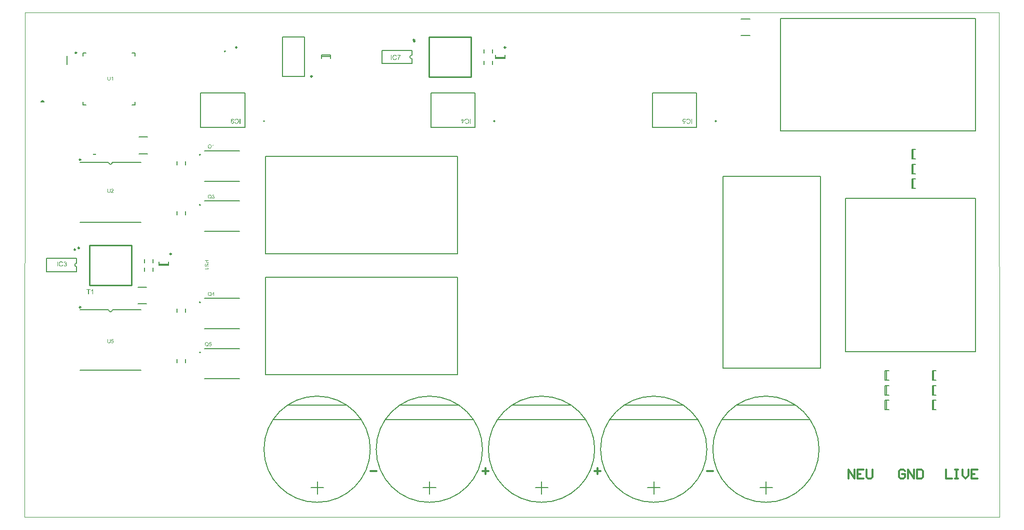
<source format=gto>
G04*
G04 #@! TF.GenerationSoftware,Altium Limited,Altium Designer,18.1.7 (191)*
G04*
G04 Layer_Color=65535*
%FSLAX44Y44*%
%MOMM*%
G71*
G01*
G75*
%ADD10C,0.1500*%
%ADD11C,0.2000*%
%ADD12C,0.2500*%
%ADD13C,0.2540*%
%ADD14C,0.1000*%
%ADD15C,0.1270*%
%ADD16C,0.3000*%
G36*
X605409Y689003D02*
X600591D01*
Y690583D01*
X605409D01*
Y689003D01*
D02*
G37*
G36*
X804910Y700000D02*
X804120D01*
Y705013D01*
X804110Y705004D01*
X804071Y704965D01*
X804003Y704916D01*
X803915Y704847D01*
X803808Y704760D01*
X803681Y704672D01*
X803534Y704565D01*
X803369Y704467D01*
X803359D01*
X803349Y704457D01*
X803290Y704418D01*
X803203Y704370D01*
X803095Y704311D01*
X802969Y704243D01*
X802832Y704184D01*
X802686Y704116D01*
X802549Y704057D01*
Y704828D01*
X802559D01*
X802579Y704838D01*
X802617Y704857D01*
X802657Y704887D01*
X802715Y704916D01*
X802783Y704945D01*
X802939Y705033D01*
X803115Y705140D01*
X803310Y705267D01*
X803505Y705413D01*
X803690Y705569D01*
X803700Y705579D01*
X803710Y705589D01*
X803768Y705647D01*
X803856Y705735D01*
X803963Y705842D01*
X804081Y705979D01*
X804198Y706125D01*
X804305Y706281D01*
X804393Y706437D01*
X804910D01*
Y700000D01*
D02*
G37*
G36*
X798199Y706506D02*
X798277D01*
X798375Y706496D01*
X798472Y706476D01*
X798589Y706467D01*
X798833Y706408D01*
X799106Y706330D01*
X799379Y706233D01*
X799516Y706164D01*
X799652Y706086D01*
X799662D01*
X799682Y706067D01*
X799721Y706047D01*
X799770Y706008D01*
X799828Y705969D01*
X799896Y705911D01*
X800052Y705784D01*
X800228Y705618D01*
X800413Y705413D01*
X800579Y705179D01*
X800735Y704906D01*
Y704896D01*
X800755Y704877D01*
X800774Y704828D01*
X800794Y704770D01*
X800823Y704701D01*
X800852Y704623D01*
X800891Y704526D01*
X800930Y704409D01*
X800959Y704292D01*
X800998Y704155D01*
X801057Y703872D01*
X801096Y703550D01*
X801115Y703199D01*
Y703189D01*
Y703160D01*
Y703121D01*
Y703063D01*
X801106Y702994D01*
Y702916D01*
X801096Y702829D01*
X801086Y702721D01*
X801057Y702507D01*
X801008Y702263D01*
X800950Y702019D01*
X800872Y701775D01*
Y701765D01*
X800862Y701746D01*
X800842Y701717D01*
X800823Y701668D01*
X800803Y701619D01*
X800764Y701551D01*
X800686Y701404D01*
X800589Y701239D01*
X800462Y701053D01*
X800316Y700868D01*
X800140Y700683D01*
X800150D01*
X800169Y700663D01*
X800199Y700644D01*
X800238Y700614D01*
X800296Y700585D01*
X800355Y700546D01*
X800501Y700458D01*
X800667Y700361D01*
X800852Y700263D01*
X801047Y700166D01*
X801242Y700088D01*
X800979Y699512D01*
X800969D01*
X800950Y699522D01*
X800911Y699542D01*
X800862Y699561D01*
X800803Y699581D01*
X800725Y699620D01*
X800647Y699659D01*
X800550Y699698D01*
X800345Y699805D01*
X800111Y699941D01*
X799857Y700098D01*
X799604Y700283D01*
X799594D01*
X799574Y700263D01*
X799535Y700244D01*
X799477Y700224D01*
X799409Y700195D01*
X799331Y700156D01*
X799243Y700127D01*
X799145Y700088D01*
X799028Y700049D01*
X798911Y700020D01*
X798638Y699951D01*
X798345Y699912D01*
X798033Y699893D01*
X797946D01*
X797887Y699902D01*
X797809D01*
X797721Y699912D01*
X797624Y699932D01*
X797516Y699941D01*
X797273Y699990D01*
X797009Y700068D01*
X796736Y700166D01*
X796463Y700302D01*
X796453Y700312D01*
X796434Y700322D01*
X796395Y700351D01*
X796346Y700380D01*
X796288Y700419D01*
X796219Y700478D01*
X796063Y700605D01*
X795888Y700770D01*
X795712Y700975D01*
X795536Y701209D01*
X795380Y701482D01*
Y701492D01*
X795361Y701522D01*
X795341Y701561D01*
X795322Y701619D01*
X795293Y701687D01*
X795263Y701775D01*
X795224Y701873D01*
X795195Y701980D01*
X795156Y702107D01*
X795117Y702234D01*
X795059Y702526D01*
X795020Y702848D01*
X795000Y703199D01*
Y703209D01*
Y703238D01*
Y703297D01*
X795010Y703355D01*
Y703443D01*
X795020Y703541D01*
X795029Y703648D01*
X795049Y703765D01*
X795098Y704038D01*
X795156Y704321D01*
X795254Y704623D01*
X795380Y704916D01*
Y704926D01*
X795400Y704955D01*
X795419Y704994D01*
X795449Y705043D01*
X795488Y705111D01*
X795536Y705189D01*
X795663Y705355D01*
X795819Y705550D01*
X796005Y705745D01*
X796219Y705940D01*
X796473Y706106D01*
X796482Y706115D01*
X796502Y706125D01*
X796541Y706145D01*
X796600Y706174D01*
X796668Y706203D01*
X796746Y706233D01*
X796834Y706272D01*
X796941Y706311D01*
X797048Y706350D01*
X797175Y706389D01*
X797438Y706447D01*
X797741Y706496D01*
X798053Y706515D01*
X798141D01*
X798199Y706506D01*
D02*
G37*
G36*
X804139Y621428D02*
X804266Y621408D01*
X804412Y621379D01*
X804578Y621340D01*
X804744Y621281D01*
X804910Y621203D01*
X804919D01*
X804929Y621194D01*
X804988Y621164D01*
X805066Y621115D01*
X805163Y621047D01*
X805270Y620959D01*
X805388Y620852D01*
X805495Y620725D01*
X805592Y620589D01*
X805602Y620569D01*
X805631Y620521D01*
X805670Y620443D01*
X805709Y620345D01*
X805749Y620218D01*
X805788Y620082D01*
X805817Y619935D01*
X805826Y619770D01*
Y619750D01*
Y619701D01*
X805817Y619623D01*
X805797Y619526D01*
X805768Y619409D01*
X805729Y619282D01*
X805680Y619145D01*
X805602Y619019D01*
X805592Y618999D01*
X805563Y618960D01*
X805505Y618901D01*
X805436Y618823D01*
X805339Y618736D01*
X805231Y618648D01*
X805095Y618550D01*
X804939Y618472D01*
X804949D01*
X804968Y618462D01*
X804997D01*
X805036Y618443D01*
X805134Y618414D01*
X805261Y618355D01*
X805397Y618287D01*
X805544Y618189D01*
X805690Y618072D01*
X805817Y617926D01*
X805826Y617907D01*
X805865Y617848D01*
X805914Y617760D01*
X805983Y617643D01*
X806041Y617497D01*
X806090Y617321D01*
X806129Y617117D01*
X806139Y616892D01*
Y616882D01*
Y616853D01*
Y616814D01*
X806129Y616756D01*
X806119Y616678D01*
X806109Y616600D01*
X806090Y616502D01*
X806061Y616404D01*
X805992Y616180D01*
X805944Y616053D01*
X805875Y615936D01*
X805807Y615819D01*
X805729Y615702D01*
X805631Y615585D01*
X805524Y615468D01*
X805514Y615458D01*
X805495Y615439D01*
X805466Y615419D01*
X805417Y615380D01*
X805358Y615332D01*
X805280Y615283D01*
X805192Y615234D01*
X805105Y615185D01*
X804997Y615127D01*
X804880Y615078D01*
X804754Y615029D01*
X804617Y614981D01*
X804471Y614941D01*
X804315Y614922D01*
X804149Y614902D01*
X803983Y614893D01*
X803905D01*
X803847Y614902D01*
X803768Y614912D01*
X803690Y614922D01*
X803593Y614932D01*
X803495Y614951D01*
X803271Y615010D01*
X803037Y615107D01*
X802920Y615156D01*
X802813Y615224D01*
X802696Y615302D01*
X802588Y615390D01*
X802579Y615400D01*
X802569Y615410D01*
X802540Y615439D01*
X802501Y615478D01*
X802461Y615536D01*
X802413Y615595D01*
X802354Y615663D01*
X802305Y615741D01*
X802188Y615936D01*
X802091Y616161D01*
X802003Y616414D01*
X801974Y616551D01*
X801954Y616697D01*
X802744Y616804D01*
Y616795D01*
X802754Y616775D01*
Y616736D01*
X802774Y616697D01*
X802803Y616580D01*
X802852Y616434D01*
X802910Y616278D01*
X802988Y616112D01*
X803086Y615966D01*
X803193Y615839D01*
X803213Y615829D01*
X803251Y615790D01*
X803320Y615751D01*
X803417Y615692D01*
X803525Y615644D01*
X803661Y615595D01*
X803817Y615556D01*
X803983Y615546D01*
X804042D01*
X804081Y615556D01*
X804178Y615566D01*
X804305Y615595D01*
X804461Y615644D01*
X804617Y615702D01*
X804773Y615800D01*
X804919Y615927D01*
X804939Y615946D01*
X804978Y615995D01*
X805036Y616073D01*
X805115Y616190D01*
X805183Y616326D01*
X805241Y616492D01*
X805280Y616678D01*
X805300Y616882D01*
Y616892D01*
Y616902D01*
Y616931D01*
X805290Y616970D01*
X805280Y617068D01*
X805251Y617195D01*
X805212Y617331D01*
X805144Y617487D01*
X805056Y617634D01*
X804939Y617770D01*
X804919Y617789D01*
X804880Y617828D01*
X804802Y617877D01*
X804695Y617946D01*
X804568Y618014D01*
X804412Y618063D01*
X804246Y618102D01*
X804051Y618121D01*
X803963D01*
X803895Y618111D01*
X803817Y618102D01*
X803720Y618092D01*
X803612Y618072D01*
X803495Y618043D01*
X803583Y618736D01*
X803632D01*
X803671Y618726D01*
X803798D01*
X803885Y618736D01*
X804012Y618755D01*
X804149Y618784D01*
X804295Y618833D01*
X804451Y618892D01*
X804607Y618979D01*
X804627Y618989D01*
X804676Y619028D01*
X804734Y619096D01*
X804812Y619184D01*
X804890Y619292D01*
X804949Y619428D01*
X804997Y619594D01*
X805017Y619789D01*
Y619799D01*
Y619809D01*
Y619857D01*
X804997Y619935D01*
X804978Y620043D01*
X804949Y620150D01*
X804890Y620267D01*
X804822Y620394D01*
X804724Y620501D01*
X804715Y620511D01*
X804676Y620550D01*
X804607Y620599D01*
X804520Y620647D01*
X804412Y620706D01*
X804285Y620745D01*
X804139Y620784D01*
X803973Y620794D01*
X803895D01*
X803808Y620774D01*
X803710Y620755D01*
X803583Y620725D01*
X803456Y620667D01*
X803330Y620599D01*
X803203Y620501D01*
X803193Y620491D01*
X803154Y620452D01*
X803105Y620384D01*
X803047Y620286D01*
X802978Y620169D01*
X802920Y620023D01*
X802861Y619847D01*
X802822Y619643D01*
X802032Y619779D01*
Y619789D01*
X802042Y619818D01*
X802052Y619857D01*
X802062Y619906D01*
X802081Y619974D01*
X802101Y620052D01*
X802169Y620228D01*
X802247Y620423D01*
X802364Y620628D01*
X802501Y620823D01*
X802676Y620998D01*
X802686Y621008D01*
X802696Y621018D01*
X802725Y621037D01*
X802774Y621067D01*
X802822Y621096D01*
X802881Y621135D01*
X803027Y621223D01*
X803213Y621301D01*
X803437Y621369D01*
X803681Y621418D01*
X803817Y621437D01*
X804042D01*
X804139Y621428D01*
D02*
G37*
G36*
X798199Y621506D02*
X798277D01*
X798375Y621496D01*
X798472Y621476D01*
X798589Y621467D01*
X798833Y621408D01*
X799106Y621330D01*
X799379Y621232D01*
X799516Y621164D01*
X799652Y621086D01*
X799662D01*
X799682Y621067D01*
X799721Y621047D01*
X799770Y621008D01*
X799828Y620969D01*
X799896Y620911D01*
X800052Y620784D01*
X800228Y620618D01*
X800413Y620413D01*
X800579Y620179D01*
X800735Y619906D01*
Y619896D01*
X800755Y619877D01*
X800774Y619828D01*
X800794Y619770D01*
X800823Y619701D01*
X800852Y619623D01*
X800891Y619526D01*
X800930Y619409D01*
X800959Y619292D01*
X800998Y619155D01*
X801057Y618872D01*
X801096Y618550D01*
X801115Y618199D01*
Y618189D01*
Y618160D01*
Y618121D01*
Y618063D01*
X801106Y617994D01*
Y617916D01*
X801096Y617828D01*
X801086Y617721D01*
X801057Y617507D01*
X801008Y617263D01*
X800950Y617019D01*
X800872Y616775D01*
Y616765D01*
X800862Y616746D01*
X800842Y616717D01*
X800823Y616668D01*
X800803Y616619D01*
X800764Y616551D01*
X800686Y616404D01*
X800589Y616239D01*
X800462Y616053D01*
X800316Y615868D01*
X800140Y615683D01*
X800150D01*
X800169Y615663D01*
X800199Y615644D01*
X800238Y615615D01*
X800296Y615585D01*
X800355Y615546D01*
X800501Y615458D01*
X800667Y615361D01*
X800852Y615263D01*
X801047Y615166D01*
X801242Y615088D01*
X800979Y614512D01*
X800969D01*
X800950Y614522D01*
X800911Y614542D01*
X800862Y614561D01*
X800803Y614581D01*
X800725Y614620D01*
X800647Y614659D01*
X800550Y614698D01*
X800345Y614805D01*
X800111Y614941D01*
X799857Y615098D01*
X799604Y615283D01*
X799594D01*
X799574Y615263D01*
X799535Y615244D01*
X799477Y615224D01*
X799409Y615195D01*
X799331Y615156D01*
X799243Y615127D01*
X799145Y615088D01*
X799028Y615049D01*
X798911Y615019D01*
X798638Y614951D01*
X798345Y614912D01*
X798033Y614893D01*
X797946D01*
X797887Y614902D01*
X797809D01*
X797721Y614912D01*
X797624Y614932D01*
X797516Y614941D01*
X797273Y614990D01*
X797009Y615068D01*
X796736Y615166D01*
X796463Y615302D01*
X796453Y615312D01*
X796434Y615322D01*
X796395Y615351D01*
X796346Y615380D01*
X796288Y615419D01*
X796219Y615478D01*
X796063Y615605D01*
X795888Y615770D01*
X795712Y615975D01*
X795536Y616209D01*
X795380Y616483D01*
Y616492D01*
X795361Y616522D01*
X795341Y616561D01*
X795322Y616619D01*
X795293Y616687D01*
X795263Y616775D01*
X795224Y616873D01*
X795195Y616980D01*
X795156Y617107D01*
X795117Y617234D01*
X795059Y617526D01*
X795020Y617848D01*
X795000Y618199D01*
Y618209D01*
Y618238D01*
Y618297D01*
X795010Y618355D01*
Y618443D01*
X795020Y618540D01*
X795029Y618648D01*
X795049Y618765D01*
X795098Y619038D01*
X795156Y619321D01*
X795254Y619623D01*
X795380Y619916D01*
Y619926D01*
X795400Y619955D01*
X795419Y619994D01*
X795449Y620043D01*
X795488Y620111D01*
X795536Y620189D01*
X795663Y620355D01*
X795819Y620550D01*
X796005Y620745D01*
X796219Y620940D01*
X796473Y621106D01*
X796482Y621115D01*
X796502Y621125D01*
X796541Y621145D01*
X796600Y621174D01*
X796668Y621203D01*
X796746Y621232D01*
X796834Y621272D01*
X796941Y621311D01*
X797048Y621350D01*
X797175Y621389D01*
X797438Y621447D01*
X797741Y621496D01*
X798053Y621515D01*
X798141D01*
X798199Y621506D01*
D02*
G37*
G36*
X805251Y452253D02*
X806119D01*
Y451531D01*
X805251D01*
Y450000D01*
X804461D01*
Y451531D01*
X801681D01*
Y452253D01*
X804607Y456398D01*
X805251D01*
Y452253D01*
D02*
G37*
G36*
X798199Y456506D02*
X798277D01*
X798375Y456496D01*
X798472Y456476D01*
X798589Y456467D01*
X798833Y456408D01*
X799106Y456330D01*
X799379Y456232D01*
X799516Y456164D01*
X799652Y456086D01*
X799662D01*
X799682Y456067D01*
X799721Y456047D01*
X799770Y456008D01*
X799828Y455969D01*
X799896Y455911D01*
X800052Y455784D01*
X800228Y455618D01*
X800413Y455413D01*
X800579Y455179D01*
X800735Y454906D01*
Y454896D01*
X800755Y454877D01*
X800774Y454828D01*
X800794Y454770D01*
X800823Y454701D01*
X800852Y454623D01*
X800891Y454526D01*
X800930Y454409D01*
X800959Y454292D01*
X800998Y454155D01*
X801057Y453872D01*
X801096Y453550D01*
X801115Y453199D01*
Y453189D01*
Y453160D01*
Y453121D01*
Y453063D01*
X801106Y452994D01*
Y452916D01*
X801096Y452828D01*
X801086Y452721D01*
X801057Y452507D01*
X801008Y452263D01*
X800950Y452019D01*
X800872Y451775D01*
Y451765D01*
X800862Y451746D01*
X800842Y451717D01*
X800823Y451668D01*
X800803Y451619D01*
X800764Y451551D01*
X800686Y451404D01*
X800589Y451239D01*
X800462Y451053D01*
X800316Y450868D01*
X800140Y450683D01*
X800150D01*
X800169Y450663D01*
X800199Y450644D01*
X800238Y450615D01*
X800296Y450585D01*
X800355Y450546D01*
X800501Y450458D01*
X800667Y450361D01*
X800852Y450263D01*
X801047Y450166D01*
X801242Y450088D01*
X800979Y449512D01*
X800969D01*
X800950Y449522D01*
X800911Y449542D01*
X800862Y449561D01*
X800803Y449581D01*
X800725Y449620D01*
X800647Y449659D01*
X800550Y449698D01*
X800345Y449805D01*
X800111Y449941D01*
X799857Y450098D01*
X799604Y450283D01*
X799594D01*
X799574Y450263D01*
X799535Y450244D01*
X799477Y450224D01*
X799409Y450195D01*
X799331Y450156D01*
X799243Y450127D01*
X799145Y450088D01*
X799028Y450049D01*
X798911Y450019D01*
X798638Y449951D01*
X798345Y449912D01*
X798033Y449893D01*
X797946D01*
X797887Y449902D01*
X797809D01*
X797721Y449912D01*
X797624Y449932D01*
X797516Y449941D01*
X797273Y449990D01*
X797009Y450068D01*
X796736Y450166D01*
X796463Y450302D01*
X796453Y450312D01*
X796434Y450322D01*
X796395Y450351D01*
X796346Y450380D01*
X796288Y450419D01*
X796219Y450478D01*
X796063Y450605D01*
X795888Y450770D01*
X795712Y450975D01*
X795536Y451209D01*
X795380Y451483D01*
Y451492D01*
X795361Y451522D01*
X795341Y451561D01*
X795322Y451619D01*
X795293Y451687D01*
X795263Y451775D01*
X795224Y451873D01*
X795195Y451980D01*
X795156Y452107D01*
X795117Y452234D01*
X795059Y452526D01*
X795020Y452848D01*
X795000Y453199D01*
Y453209D01*
Y453238D01*
Y453297D01*
X795010Y453355D01*
Y453443D01*
X795020Y453540D01*
X795029Y453648D01*
X795049Y453765D01*
X795098Y454038D01*
X795156Y454321D01*
X795254Y454623D01*
X795380Y454916D01*
Y454926D01*
X795400Y454955D01*
X795419Y454994D01*
X795449Y455043D01*
X795488Y455111D01*
X795536Y455189D01*
X795663Y455355D01*
X795819Y455550D01*
X796005Y455745D01*
X796219Y455940D01*
X796473Y456106D01*
X796482Y456115D01*
X796502Y456125D01*
X796541Y456145D01*
X796600Y456174D01*
X796668Y456203D01*
X796746Y456232D01*
X796834Y456272D01*
X796941Y456311D01*
X797048Y456350D01*
X797175Y456389D01*
X797438Y456447D01*
X797741Y456496D01*
X798053Y456515D01*
X798141D01*
X798199Y456506D01*
D02*
G37*
G36*
X800885Y370560D02*
X798330D01*
X797978Y368833D01*
X797988Y368843D01*
X798008Y368853D01*
X798037Y368872D01*
X798076Y368901D01*
X798135Y368931D01*
X798193Y368960D01*
X798349Y369038D01*
X798525Y369116D01*
X798729Y369174D01*
X798954Y369223D01*
X799188Y369243D01*
X799266D01*
X799324Y369233D01*
X799402Y369223D01*
X799481Y369214D01*
X799578Y369194D01*
X799676Y369174D01*
X799900Y369096D01*
X800017Y369058D01*
X800134Y368999D01*
X800261Y368931D01*
X800378Y368853D01*
X800495Y368765D01*
X800602Y368658D01*
X800612Y368648D01*
X800631Y368628D01*
X800661Y368599D01*
X800690Y368550D01*
X800739Y368492D01*
X800788Y368424D01*
X800836Y368345D01*
X800895Y368258D01*
X800953Y368150D01*
X801002Y368043D01*
X801051Y367916D01*
X801100Y367789D01*
X801129Y367643D01*
X801158Y367497D01*
X801178Y367331D01*
X801187Y367165D01*
Y367156D01*
Y367126D01*
Y367077D01*
X801178Y367019D01*
X801168Y366941D01*
X801158Y366853D01*
X801148Y366756D01*
X801129Y366648D01*
X801061Y366414D01*
X800973Y366170D01*
X800914Y366034D01*
X800846Y365907D01*
X800768Y365780D01*
X800680Y365663D01*
X800670Y365653D01*
X800651Y365634D01*
X800612Y365595D01*
X800563Y365546D01*
X800505Y365488D01*
X800427Y365419D01*
X800339Y365351D01*
X800231Y365283D01*
X800124Y365205D01*
X799997Y365137D01*
X799851Y365068D01*
X799705Y365010D01*
X799539Y364961D01*
X799373Y364922D01*
X799188Y364902D01*
X798993Y364893D01*
X798905D01*
X798847Y364902D01*
X798778Y364912D01*
X798690Y364922D01*
X798593Y364932D01*
X798486Y364951D01*
X798261Y365010D01*
X798027Y365098D01*
X797910Y365156D01*
X797793Y365224D01*
X797676Y365293D01*
X797569Y365380D01*
X797559Y365390D01*
X797549Y365400D01*
X797520Y365429D01*
X797481Y365468D01*
X797442Y365517D01*
X797393Y365575D01*
X797345Y365644D01*
X797286Y365722D01*
X797179Y365907D01*
X797071Y366131D01*
X796993Y366385D01*
X796964Y366531D01*
X796945Y366678D01*
X797774Y366736D01*
Y366726D01*
Y366707D01*
X797783Y366678D01*
X797793Y366639D01*
X797822Y366531D01*
X797861Y366395D01*
X797910Y366249D01*
X797988Y366102D01*
X798076Y365956D01*
X798193Y365829D01*
X798213Y365819D01*
X798251Y365780D01*
X798320Y365741D01*
X798417Y365683D01*
X798534Y365634D01*
X798671Y365585D01*
X798827Y365546D01*
X798993Y365536D01*
X799051D01*
X799090Y365546D01*
X799198Y365556D01*
X799334Y365585D01*
X799481Y365644D01*
X799646Y365712D01*
X799802Y365819D01*
X799880Y365878D01*
X799958Y365956D01*
Y365966D01*
X799978Y365975D01*
X800017Y366034D01*
X800085Y366131D01*
X800154Y366258D01*
X800222Y366424D01*
X800290Y366619D01*
X800329Y366843D01*
X800349Y367097D01*
Y367107D01*
Y367126D01*
Y367165D01*
X800339Y367204D01*
Y367263D01*
X800329Y367331D01*
X800300Y367487D01*
X800261Y367653D01*
X800192Y367829D01*
X800095Y368004D01*
X799968Y368160D01*
X799949Y368180D01*
X799900Y368219D01*
X799822Y368287D01*
X799705Y368355D01*
X799568Y368424D01*
X799393Y368492D01*
X799198Y368531D01*
X798983Y368550D01*
X798915D01*
X798847Y368541D01*
X798749Y368531D01*
X798642Y368502D01*
X798525Y368472D01*
X798408Y368424D01*
X798291Y368365D01*
X798281Y368355D01*
X798242Y368336D01*
X798183Y368297D01*
X798115Y368248D01*
X798047Y368180D01*
X797969Y368102D01*
X797891Y368014D01*
X797822Y367916D01*
X797081Y368024D01*
X797705Y371311D01*
X800885D01*
Y370560D01*
D02*
G37*
G36*
X793199Y371506D02*
X793277D01*
X793375Y371496D01*
X793472Y371476D01*
X793589Y371467D01*
X793833Y371408D01*
X794106Y371330D01*
X794379Y371233D01*
X794516Y371164D01*
X794652Y371086D01*
X794662D01*
X794682Y371067D01*
X794721Y371047D01*
X794770Y371008D01*
X794828Y370969D01*
X794896Y370911D01*
X795052Y370784D01*
X795228Y370618D01*
X795413Y370413D01*
X795579Y370179D01*
X795735Y369906D01*
Y369896D01*
X795755Y369877D01*
X795774Y369828D01*
X795794Y369770D01*
X795823Y369701D01*
X795852Y369623D01*
X795891Y369526D01*
X795930Y369409D01*
X795959Y369292D01*
X795999Y369155D01*
X796057Y368872D01*
X796096Y368550D01*
X796115Y368199D01*
Y368189D01*
Y368160D01*
Y368121D01*
Y368063D01*
X796106Y367994D01*
Y367916D01*
X796096Y367829D01*
X796086Y367721D01*
X796057Y367507D01*
X796008Y367263D01*
X795950Y367019D01*
X795872Y366775D01*
Y366765D01*
X795862Y366746D01*
X795842Y366717D01*
X795823Y366668D01*
X795803Y366619D01*
X795764Y366551D01*
X795686Y366404D01*
X795589Y366239D01*
X795462Y366053D01*
X795316Y365868D01*
X795140Y365683D01*
X795150D01*
X795169Y365663D01*
X795199Y365644D01*
X795238Y365615D01*
X795296Y365585D01*
X795355Y365546D01*
X795501Y365458D01*
X795667Y365361D01*
X795852Y365263D01*
X796047Y365166D01*
X796242Y365088D01*
X795979Y364512D01*
X795969D01*
X795950Y364522D01*
X795911Y364542D01*
X795862Y364561D01*
X795803Y364581D01*
X795725Y364620D01*
X795647Y364659D01*
X795550Y364698D01*
X795345Y364805D01*
X795111Y364941D01*
X794857Y365098D01*
X794604Y365283D01*
X794594D01*
X794574Y365263D01*
X794535Y365244D01*
X794477Y365224D01*
X794409Y365195D01*
X794331Y365156D01*
X794243Y365127D01*
X794145Y365088D01*
X794028Y365049D01*
X793911Y365019D01*
X793638Y364951D01*
X793345Y364912D01*
X793033Y364893D01*
X792946D01*
X792887Y364902D01*
X792809D01*
X792721Y364912D01*
X792624Y364932D01*
X792516Y364941D01*
X792273Y364990D01*
X792009Y365068D01*
X791736Y365166D01*
X791463Y365302D01*
X791453Y365312D01*
X791434Y365322D01*
X791395Y365351D01*
X791346Y365380D01*
X791288Y365419D01*
X791219Y365478D01*
X791063Y365605D01*
X790888Y365770D01*
X790712Y365975D01*
X790536Y366209D01*
X790380Y366483D01*
Y366492D01*
X790361Y366522D01*
X790341Y366561D01*
X790322Y366619D01*
X790293Y366687D01*
X790263Y366775D01*
X790224Y366873D01*
X790195Y366980D01*
X790156Y367107D01*
X790117Y367234D01*
X790059Y367526D01*
X790020Y367848D01*
X790000Y368199D01*
Y368209D01*
Y368238D01*
Y368297D01*
X790010Y368355D01*
Y368443D01*
X790020Y368541D01*
X790029Y368648D01*
X790049Y368765D01*
X790098Y369038D01*
X790156Y369321D01*
X790254Y369623D01*
X790380Y369916D01*
Y369926D01*
X790400Y369955D01*
X790419Y369994D01*
X790449Y370043D01*
X790488Y370111D01*
X790536Y370189D01*
X790663Y370355D01*
X790819Y370550D01*
X791005Y370745D01*
X791219Y370940D01*
X791473Y371106D01*
X791482Y371115D01*
X791502Y371125D01*
X791541Y371145D01*
X791600Y371174D01*
X791668Y371203D01*
X791746Y371233D01*
X791834Y371272D01*
X791941Y371311D01*
X792048Y371350D01*
X792175Y371389D01*
X792438Y371447D01*
X792741Y371496D01*
X793053Y371515D01*
X793141D01*
X793199Y371506D01*
D02*
G37*
G36*
X546706Y508268D02*
X546805Y508255D01*
X546929Y508243D01*
X547065Y508230D01*
X547214Y508206D01*
X547536Y508131D01*
X547883Y508020D01*
X548057Y507945D01*
X548230Y507859D01*
X548392Y507759D01*
X548553Y507648D01*
X548565Y507635D01*
X548590Y507623D01*
X548627Y507586D01*
X548689Y507536D01*
X548751Y507474D01*
X548838Y507388D01*
X548925Y507301D01*
X549011Y507202D01*
X549110Y507078D01*
X549197Y506954D01*
X549296Y506805D01*
X549396Y506644D01*
X549482Y506483D01*
X549569Y506297D01*
X549718Y505900D01*
X548652Y505652D01*
Y505665D01*
X548639Y505689D01*
X548627Y505739D01*
X548602Y505801D01*
X548565Y505875D01*
X548528Y505962D01*
X548441Y506148D01*
X548330Y506359D01*
X548181Y506582D01*
X548020Y506780D01*
X547821Y506954D01*
X547797Y506966D01*
X547722Y507016D01*
X547611Y507078D01*
X547449Y507164D01*
X547264Y507239D01*
X547028Y507301D01*
X546768Y507350D01*
X546470Y507363D01*
X546384D01*
X546322Y507350D01*
X546235D01*
X546148Y507338D01*
X545925Y507301D01*
X545677Y507251D01*
X545417Y507164D01*
X545156Y507053D01*
X544908Y506904D01*
X544896D01*
X544884Y506879D01*
X544809Y506817D01*
X544698Y506718D01*
X544561Y506582D01*
X544425Y506408D01*
X544276Y506210D01*
X544140Y505962D01*
X544029Y505689D01*
Y505677D01*
X544016Y505652D01*
X544004Y505615D01*
X543991Y505553D01*
X543966Y505491D01*
X543954Y505404D01*
X543904Y505206D01*
X543855Y504971D01*
X543818Y504710D01*
X543793Y504425D01*
X543781Y504128D01*
Y504115D01*
Y504078D01*
Y504028D01*
Y503954D01*
X543793Y503867D01*
Y503756D01*
X543805Y503644D01*
X543818Y503520D01*
X543855Y503235D01*
X543904Y502925D01*
X543979Y502615D01*
X544078Y502318D01*
Y502305D01*
X544090Y502281D01*
X544115Y502243D01*
X544140Y502194D01*
X544202Y502045D01*
X544301Y501884D01*
X544437Y501686D01*
X544599Y501500D01*
X544785Y501314D01*
X545008Y501153D01*
X545020D01*
X545033Y501140D01*
X545070Y501116D01*
X545119Y501091D01*
X545256Y501041D01*
X545429Y500967D01*
X545627Y500905D01*
X545863Y500843D01*
X546123Y500793D01*
X546396Y500781D01*
X546483D01*
X546545Y500793D01*
X546619D01*
X546718Y500806D01*
X546929Y500843D01*
X547164Y500905D01*
X547425Y501004D01*
X547673Y501128D01*
X547920Y501301D01*
X547933Y501314D01*
X547945Y501326D01*
X548020Y501401D01*
X548131Y501525D01*
X548268Y501686D01*
X548404Y501909D01*
X548553Y502169D01*
X548677Y502491D01*
X548776Y502851D01*
X549854Y502578D01*
Y502566D01*
X549842Y502516D01*
X549817Y502454D01*
X549792Y502355D01*
X549743Y502256D01*
X549693Y502120D01*
X549644Y501983D01*
X549569Y501834D01*
X549408Y501500D01*
X549185Y501165D01*
X548937Y500843D01*
X548788Y500694D01*
X548627Y500558D01*
X548615Y500545D01*
X548590Y500533D01*
X548540Y500496D01*
X548466Y500446D01*
X548379Y500397D01*
X548280Y500335D01*
X548168Y500273D01*
X548032Y500211D01*
X547883Y500149D01*
X547722Y500087D01*
X547536Y500025D01*
X547350Y499975D01*
X546941Y499888D01*
X546718Y499876D01*
X546483Y499864D01*
X546359D01*
X546260Y499876D01*
X546148D01*
X546024Y499888D01*
X545875Y499913D01*
X545727Y499926D01*
X545379Y500000D01*
X545020Y500087D01*
X544673Y500223D01*
X544500Y500298D01*
X544338Y500397D01*
X544326Y500409D01*
X544301Y500421D01*
X544264Y500459D01*
X544202Y500496D01*
X544053Y500620D01*
X543880Y500793D01*
X543669Y501004D01*
X543471Y501277D01*
X543260Y501587D01*
X543086Y501946D01*
Y501958D01*
X543074Y501996D01*
X543049Y502045D01*
X543024Y502120D01*
X542987Y502219D01*
X542950Y502330D01*
X542913Y502454D01*
X542876Y502603D01*
X542839Y502752D01*
X542801Y502925D01*
X542727Y503297D01*
X542677Y503694D01*
X542665Y504128D01*
Y504140D01*
Y504190D01*
Y504252D01*
X542677Y504338D01*
Y504450D01*
X542690Y504586D01*
X542702Y504723D01*
X542727Y504884D01*
X542789Y505231D01*
X542863Y505603D01*
X542987Y505987D01*
X543148Y506346D01*
Y506359D01*
X543173Y506384D01*
X543198Y506433D01*
X543235Y506507D01*
X543285Y506582D01*
X543347Y506669D01*
X543508Y506879D01*
X543694Y507115D01*
X543929Y507350D01*
X544214Y507586D01*
X544524Y507784D01*
X544537D01*
X544561Y507809D01*
X544611Y507834D01*
X544685Y507859D01*
X544760Y507896D01*
X544859Y507945D01*
X544983Y507982D01*
X545107Y508032D01*
X545243Y508082D01*
X545392Y508119D01*
X545727Y508206D01*
X546099Y508255D01*
X546495Y508280D01*
X546619D01*
X546706Y508268D01*
D02*
G37*
G36*
X553560Y508168D02*
X553722Y508144D01*
X553907Y508106D01*
X554118Y508057D01*
X554329Y507982D01*
X554540Y507883D01*
X554552D01*
X554564Y507871D01*
X554639Y507834D01*
X554738Y507772D01*
X554862Y507685D01*
X554998Y507574D01*
X555147Y507437D01*
X555283Y507276D01*
X555407Y507102D01*
X555420Y507078D01*
X555457Y507016D01*
X555506Y506917D01*
X555556Y506793D01*
X555606Y506631D01*
X555655Y506458D01*
X555692Y506272D01*
X555705Y506061D01*
Y506036D01*
Y505975D01*
X555692Y505875D01*
X555667Y505751D01*
X555630Y505603D01*
X555581Y505442D01*
X555519Y505268D01*
X555420Y505107D01*
X555407Y505082D01*
X555370Y505032D01*
X555296Y504958D01*
X555209Y504859D01*
X555085Y504747D01*
X554949Y504636D01*
X554775Y504512D01*
X554577Y504413D01*
X554589D01*
X554614Y504400D01*
X554651D01*
X554701Y504375D01*
X554825Y504338D01*
X554986Y504264D01*
X555159Y504177D01*
X555345Y504053D01*
X555531Y503904D01*
X555692Y503719D01*
X555705Y503694D01*
X555754Y503619D01*
X555816Y503508D01*
X555903Y503359D01*
X555977Y503173D01*
X556039Y502950D01*
X556089Y502690D01*
X556101Y502405D01*
Y502392D01*
Y502355D01*
Y502305D01*
X556089Y502231D01*
X556077Y502132D01*
X556064Y502033D01*
X556039Y501909D01*
X556002Y501785D01*
X555915Y501500D01*
X555854Y501339D01*
X555767Y501190D01*
X555680Y501041D01*
X555581Y500892D01*
X555457Y500744D01*
X555321Y500595D01*
X555308Y500583D01*
X555283Y500558D01*
X555246Y500533D01*
X555184Y500483D01*
X555110Y500421D01*
X555011Y500359D01*
X554899Y500298D01*
X554787Y500235D01*
X554651Y500161D01*
X554502Y500099D01*
X554341Y500037D01*
X554168Y499975D01*
X553982Y499926D01*
X553783Y499901D01*
X553573Y499876D01*
X553362Y499864D01*
X553263D01*
X553189Y499876D01*
X553089Y499888D01*
X552990Y499901D01*
X552866Y499913D01*
X552742Y499938D01*
X552457Y500012D01*
X552160Y500136D01*
X552011Y500198D01*
X551875Y500285D01*
X551726Y500384D01*
X551590Y500496D01*
X551577Y500508D01*
X551565Y500521D01*
X551527Y500558D01*
X551478Y500607D01*
X551428Y500682D01*
X551366Y500756D01*
X551292Y500843D01*
X551230Y500942D01*
X551081Y501190D01*
X550957Y501475D01*
X550846Y501797D01*
X550809Y501971D01*
X550784Y502157D01*
X551788Y502293D01*
Y502281D01*
X551800Y502256D01*
Y502206D01*
X551825Y502157D01*
X551862Y502008D01*
X551924Y501822D01*
X551999Y501624D01*
X552098Y501413D01*
X552222Y501227D01*
X552358Y501066D01*
X552383Y501054D01*
X552432Y501004D01*
X552519Y500954D01*
X552643Y500880D01*
X552780Y500818D01*
X552953Y500756D01*
X553151Y500706D01*
X553362Y500694D01*
X553436D01*
X553486Y500706D01*
X553610Y500719D01*
X553771Y500756D01*
X553969Y500818D01*
X554168Y500892D01*
X554366Y501016D01*
X554552Y501177D01*
X554577Y501202D01*
X554626Y501264D01*
X554701Y501363D01*
X554800Y501512D01*
X554887Y501686D01*
X554961Y501897D01*
X555011Y502132D01*
X555035Y502392D01*
Y502405D01*
Y502417D01*
Y502454D01*
X555023Y502504D01*
X555011Y502628D01*
X554973Y502789D01*
X554924Y502962D01*
X554837Y503161D01*
X554725Y503347D01*
X554577Y503520D01*
X554552Y503545D01*
X554502Y503595D01*
X554403Y503657D01*
X554267Y503743D01*
X554106Y503830D01*
X553907Y503892D01*
X553697Y503942D01*
X553449Y503966D01*
X553337D01*
X553251Y503954D01*
X553151Y503942D01*
X553027Y503929D01*
X552891Y503904D01*
X552742Y503867D01*
X552854Y504747D01*
X552916D01*
X552965Y504735D01*
X553126D01*
X553238Y504747D01*
X553399Y504772D01*
X553573Y504809D01*
X553759Y504871D01*
X553957Y504946D01*
X554155Y505057D01*
X554180Y505070D01*
X554242Y505119D01*
X554316Y505206D01*
X554416Y505317D01*
X554515Y505454D01*
X554589Y505627D01*
X554651Y505838D01*
X554676Y506086D01*
Y506098D01*
Y506111D01*
Y506173D01*
X554651Y506272D01*
X554626Y506408D01*
X554589Y506545D01*
X554515Y506693D01*
X554428Y506855D01*
X554304Y506991D01*
X554292Y507003D01*
X554242Y507053D01*
X554155Y507115D01*
X554044Y507177D01*
X553907Y507251D01*
X553746Y507301D01*
X553560Y507350D01*
X553350Y507363D01*
X553251D01*
X553139Y507338D01*
X553015Y507313D01*
X552854Y507276D01*
X552693Y507202D01*
X552532Y507115D01*
X552370Y506991D01*
X552358Y506978D01*
X552308Y506929D01*
X552247Y506842D01*
X552172Y506718D01*
X552085Y506569D01*
X552011Y506384D01*
X551937Y506160D01*
X551887Y505900D01*
X550883Y506074D01*
Y506086D01*
X550895Y506123D01*
X550908Y506173D01*
X550920Y506235D01*
X550945Y506321D01*
X550970Y506421D01*
X551057Y506644D01*
X551156Y506892D01*
X551304Y507152D01*
X551478Y507400D01*
X551701Y507623D01*
X551713Y507635D01*
X551726Y507648D01*
X551763Y507673D01*
X551825Y507710D01*
X551887Y507747D01*
X551961Y507797D01*
X552147Y507908D01*
X552383Y508007D01*
X552668Y508094D01*
X552978Y508156D01*
X553151Y508181D01*
X553436D01*
X553560Y508168D01*
D02*
G37*
G36*
X541078Y500000D02*
X540000D01*
Y508144D01*
X541078D01*
Y500000D01*
D02*
G37*
G36*
X1233740Y750124D02*
X1233852D01*
X1233976Y750112D01*
X1234125Y750087D01*
X1234273Y750074D01*
X1234621Y750000D01*
X1234980Y749913D01*
X1235327Y749777D01*
X1235501Y749703D01*
X1235662Y749603D01*
X1235674Y749591D01*
X1235699Y749579D01*
X1235736Y749541D01*
X1235798Y749504D01*
X1235947Y749380D01*
X1236120Y749207D01*
X1236331Y748996D01*
X1236529Y748723D01*
X1236740Y748413D01*
X1236914Y748054D01*
Y748042D01*
X1236926Y748004D01*
X1236951Y747955D01*
X1236976Y747880D01*
X1237013Y747781D01*
X1237050Y747670D01*
X1237087Y747546D01*
X1237124Y747397D01*
X1237161Y747248D01*
X1237199Y747075D01*
X1237273Y746703D01*
X1237323Y746306D01*
X1237335Y745872D01*
Y745860D01*
Y745810D01*
Y745749D01*
X1237323Y745662D01*
Y745550D01*
X1237310Y745414D01*
X1237298Y745277D01*
X1237273Y745116D01*
X1237211Y744769D01*
X1237137Y744397D01*
X1237013Y744013D01*
X1236852Y743654D01*
Y743641D01*
X1236827Y743616D01*
X1236802Y743567D01*
X1236765Y743493D01*
X1236715Y743418D01*
X1236653Y743331D01*
X1236492Y743121D01*
X1236306Y742885D01*
X1236071Y742650D01*
X1235786Y742414D01*
X1235476Y742216D01*
X1235463D01*
X1235439Y742191D01*
X1235389Y742166D01*
X1235315Y742141D01*
X1235240Y742104D01*
X1235141Y742055D01*
X1235017Y742018D01*
X1234893Y741968D01*
X1234757Y741918D01*
X1234608Y741881D01*
X1234273Y741794D01*
X1233902Y741745D01*
X1233505Y741720D01*
X1233381D01*
X1233294Y741732D01*
X1233195Y741745D01*
X1233071Y741757D01*
X1232935Y741770D01*
X1232786Y741794D01*
X1232464Y741869D01*
X1232117Y741980D01*
X1231943Y742055D01*
X1231770Y742141D01*
X1231609Y742241D01*
X1231447Y742352D01*
X1231435Y742365D01*
X1231410Y742377D01*
X1231373Y742414D01*
X1231311Y742464D01*
X1231249Y742526D01*
X1231162Y742613D01*
X1231076Y742699D01*
X1230989Y742798D01*
X1230890Y742922D01*
X1230803Y743046D01*
X1230704Y743195D01*
X1230604Y743356D01*
X1230518Y743517D01*
X1230431Y743703D01*
X1230282Y744100D01*
X1231348Y744348D01*
Y744335D01*
X1231361Y744311D01*
X1231373Y744261D01*
X1231398Y744199D01*
X1231435Y744125D01*
X1231472Y744038D01*
X1231559Y743852D01*
X1231670Y743641D01*
X1231819Y743418D01*
X1231980Y743220D01*
X1232179Y743046D01*
X1232203Y743034D01*
X1232278Y742984D01*
X1232389Y742922D01*
X1232551Y742836D01*
X1232736Y742761D01*
X1232972Y742699D01*
X1233232Y742650D01*
X1233530Y742637D01*
X1233616D01*
X1233679Y742650D01*
X1233765D01*
X1233852Y742662D01*
X1234075Y742699D01*
X1234323Y742749D01*
X1234583Y742836D01*
X1234844Y742947D01*
X1235091Y743096D01*
X1235104D01*
X1235116Y743121D01*
X1235191Y743183D01*
X1235302Y743282D01*
X1235439Y743418D01*
X1235575Y743592D01*
X1235724Y743790D01*
X1235860Y744038D01*
X1235972Y744311D01*
Y744323D01*
X1235984Y744348D01*
X1235996Y744385D01*
X1236009Y744447D01*
X1236033Y744509D01*
X1236046Y744596D01*
X1236096Y744794D01*
X1236145Y745030D01*
X1236182Y745290D01*
X1236207Y745575D01*
X1236219Y745872D01*
Y745885D01*
Y745922D01*
Y745972D01*
Y746046D01*
X1236207Y746133D01*
Y746244D01*
X1236195Y746356D01*
X1236182Y746480D01*
X1236145Y746765D01*
X1236096Y747075D01*
X1236021Y747385D01*
X1235922Y747682D01*
Y747694D01*
X1235910Y747719D01*
X1235885Y747757D01*
X1235860Y747806D01*
X1235798Y747955D01*
X1235699Y748116D01*
X1235563Y748314D01*
X1235401Y748500D01*
X1235216Y748686D01*
X1234992Y748847D01*
X1234980D01*
X1234968Y748860D01*
X1234930Y748885D01*
X1234881Y748909D01*
X1234744Y748959D01*
X1234571Y749033D01*
X1234373Y749095D01*
X1234137Y749157D01*
X1233877Y749207D01*
X1233604Y749219D01*
X1233517D01*
X1233455Y749207D01*
X1233381D01*
X1233282Y749194D01*
X1233071Y749157D01*
X1232836Y749095D01*
X1232575Y748996D01*
X1232327Y748872D01*
X1232079Y748699D01*
X1232067Y748686D01*
X1232055Y748674D01*
X1231980Y748599D01*
X1231869Y748475D01*
X1231732Y748314D01*
X1231596Y748091D01*
X1231447Y747831D01*
X1231323Y747509D01*
X1231224Y747149D01*
X1230146Y747422D01*
Y747434D01*
X1230158Y747484D01*
X1230183Y747546D01*
X1230208Y747645D01*
X1230257Y747744D01*
X1230307Y747880D01*
X1230357Y748017D01*
X1230431Y748166D01*
X1230592Y748500D01*
X1230815Y748835D01*
X1231063Y749157D01*
X1231212Y749306D01*
X1231373Y749442D01*
X1231385Y749455D01*
X1231410Y749467D01*
X1231460Y749504D01*
X1231534Y749554D01*
X1231621Y749603D01*
X1231720Y749665D01*
X1231832Y749727D01*
X1231968Y749789D01*
X1232117Y749851D01*
X1232278Y749913D01*
X1232464Y749975D01*
X1232650Y750025D01*
X1233059Y750112D01*
X1233282Y750124D01*
X1233517Y750136D01*
X1233641D01*
X1233740Y750124D01*
D02*
G37*
G36*
X1226031Y748054D02*
X1229563D01*
Y747137D01*
X1225845Y741869D01*
X1225027D01*
Y747137D01*
X1223923D01*
Y748054D01*
X1225027D01*
Y750000D01*
X1226031D01*
Y748054D01*
D02*
G37*
G36*
X1240000Y741856D02*
X1238922D01*
Y750000D01*
X1240000D01*
Y741856D01*
D02*
G37*
G36*
X1601812Y750124D02*
X1601898Y750112D01*
X1602010Y750099D01*
X1602134Y750087D01*
X1602270Y750062D01*
X1602555Y749988D01*
X1602853Y749876D01*
X1603001Y749802D01*
X1603150Y749715D01*
X1603299Y749628D01*
X1603435Y749517D01*
X1603448Y749504D01*
X1603460Y749492D01*
X1603497Y749455D01*
X1603547Y749405D01*
X1603596Y749343D01*
X1603658Y749269D01*
X1603720Y749182D01*
X1603795Y749083D01*
X1603931Y748847D01*
X1604067Y748562D01*
X1604167Y748240D01*
X1604204Y748054D01*
X1604229Y747868D01*
X1603175Y747794D01*
Y747806D01*
Y747831D01*
X1603163Y747868D01*
X1603150Y747918D01*
X1603113Y748054D01*
X1603063Y748227D01*
X1603001Y748413D01*
X1602902Y748599D01*
X1602791Y748785D01*
X1602642Y748946D01*
X1602617Y748959D01*
X1602568Y749008D01*
X1602481Y749058D01*
X1602357Y749132D01*
X1602208Y749194D01*
X1602035Y749256D01*
X1601836Y749306D01*
X1601626Y749318D01*
X1601551D01*
X1601502Y749306D01*
X1601365Y749294D01*
X1601192Y749256D01*
X1601006Y749182D01*
X1600795Y749095D01*
X1600597Y748959D01*
X1600498Y748885D01*
X1600399Y748785D01*
Y748773D01*
X1600374Y748761D01*
X1600324Y748686D01*
X1600237Y748562D01*
X1600150Y748401D01*
X1600064Y748190D01*
X1599977Y747942D01*
X1599927Y747657D01*
X1599903Y747335D01*
Y747323D01*
Y747298D01*
Y747248D01*
X1599915Y747199D01*
Y747124D01*
X1599927Y747038D01*
X1599965Y746839D01*
X1600014Y746628D01*
X1600101Y746405D01*
X1600225Y746182D01*
X1600386Y745984D01*
X1600411Y745959D01*
X1600473Y745910D01*
X1600572Y745823D01*
X1600721Y745736D01*
X1600894Y745649D01*
X1601117Y745563D01*
X1601365Y745513D01*
X1601638Y745488D01*
X1601725D01*
X1601812Y745501D01*
X1601935Y745513D01*
X1602072Y745550D01*
X1602220Y745587D01*
X1602369Y745649D01*
X1602518Y745724D01*
X1602530Y745736D01*
X1602580Y745761D01*
X1602654Y745810D01*
X1602741Y745872D01*
X1602828Y745959D01*
X1602927Y746058D01*
X1603026Y746170D01*
X1603113Y746294D01*
X1604055Y746158D01*
X1603262Y741980D01*
X1599221D01*
Y742935D01*
X1602468D01*
X1602915Y745129D01*
X1602902Y745116D01*
X1602878Y745104D01*
X1602840Y745079D01*
X1602791Y745042D01*
X1602716Y745005D01*
X1602642Y744968D01*
X1602444Y744868D01*
X1602220Y744769D01*
X1601960Y744695D01*
X1601675Y744633D01*
X1601378Y744608D01*
X1601279D01*
X1601204Y744621D01*
X1601105Y744633D01*
X1601006Y744645D01*
X1600882Y744670D01*
X1600758Y744695D01*
X1600473Y744794D01*
X1600324Y744844D01*
X1600175Y744918D01*
X1600014Y745005D01*
X1599866Y745104D01*
X1599717Y745216D01*
X1599580Y745352D01*
X1599568Y745364D01*
X1599543Y745389D01*
X1599506Y745426D01*
X1599469Y745488D01*
X1599407Y745563D01*
X1599345Y745649D01*
X1599283Y745749D01*
X1599209Y745860D01*
X1599134Y745996D01*
X1599072Y746133D01*
X1599010Y746294D01*
X1598948Y746455D01*
X1598911Y746641D01*
X1598874Y746827D01*
X1598849Y747038D01*
X1598837Y747248D01*
Y747261D01*
Y747298D01*
Y747360D01*
X1598849Y747434D01*
X1598861Y747533D01*
X1598874Y747645D01*
X1598886Y747769D01*
X1598911Y747905D01*
X1598998Y748203D01*
X1599109Y748513D01*
X1599184Y748686D01*
X1599270Y748847D01*
X1599370Y749008D01*
X1599481Y749157D01*
X1599494Y749169D01*
X1599518Y749194D01*
X1599568Y749244D01*
X1599630Y749306D01*
X1599704Y749380D01*
X1599803Y749467D01*
X1599915Y749554D01*
X1600051Y749641D01*
X1600188Y749740D01*
X1600349Y749827D01*
X1600535Y749913D01*
X1600721Y749988D01*
X1600931Y750050D01*
X1601142Y750099D01*
X1601378Y750124D01*
X1601626Y750136D01*
X1601737D01*
X1601812Y750124D01*
D02*
G37*
G36*
X1608740D02*
X1608852D01*
X1608976Y750112D01*
X1609125Y750087D01*
X1609273Y750074D01*
X1609621Y750000D01*
X1609980Y749913D01*
X1610327Y749777D01*
X1610500Y749703D01*
X1610662Y749603D01*
X1610674Y749591D01*
X1610699Y749579D01*
X1610736Y749541D01*
X1610798Y749504D01*
X1610947Y749380D01*
X1611120Y749207D01*
X1611331Y748996D01*
X1611529Y748723D01*
X1611740Y748413D01*
X1611914Y748054D01*
Y748042D01*
X1611926Y748004D01*
X1611951Y747955D01*
X1611976Y747880D01*
X1612013Y747781D01*
X1612050Y747670D01*
X1612087Y747546D01*
X1612124Y747397D01*
X1612162Y747248D01*
X1612199Y747075D01*
X1612273Y746703D01*
X1612323Y746306D01*
X1612335Y745872D01*
Y745860D01*
Y745810D01*
Y745749D01*
X1612323Y745662D01*
Y745550D01*
X1612310Y745414D01*
X1612298Y745277D01*
X1612273Y745116D01*
X1612211Y744769D01*
X1612137Y744397D01*
X1612013Y744013D01*
X1611852Y743654D01*
Y743641D01*
X1611827Y743616D01*
X1611802Y743567D01*
X1611765Y743493D01*
X1611715Y743418D01*
X1611653Y743331D01*
X1611492Y743121D01*
X1611306Y742885D01*
X1611071Y742650D01*
X1610786Y742414D01*
X1610476Y742216D01*
X1610463D01*
X1610439Y742191D01*
X1610389Y742166D01*
X1610315Y742141D01*
X1610240Y742104D01*
X1610141Y742055D01*
X1610017Y742018D01*
X1609893Y741968D01*
X1609757Y741918D01*
X1609608Y741881D01*
X1609273Y741794D01*
X1608902Y741745D01*
X1608505Y741720D01*
X1608381D01*
X1608294Y741732D01*
X1608195Y741745D01*
X1608071Y741757D01*
X1607935Y741770D01*
X1607786Y741794D01*
X1607464Y741869D01*
X1607117Y741980D01*
X1606943Y742055D01*
X1606770Y742141D01*
X1606608Y742241D01*
X1606447Y742352D01*
X1606435Y742365D01*
X1606410Y742377D01*
X1606373Y742414D01*
X1606311Y742464D01*
X1606249Y742526D01*
X1606162Y742613D01*
X1606075Y742699D01*
X1605989Y742798D01*
X1605889Y742922D01*
X1605803Y743046D01*
X1605704Y743195D01*
X1605604Y743356D01*
X1605518Y743517D01*
X1605431Y743703D01*
X1605282Y744100D01*
X1606348Y744348D01*
Y744335D01*
X1606360Y744311D01*
X1606373Y744261D01*
X1606398Y744199D01*
X1606435Y744125D01*
X1606472Y744038D01*
X1606559Y743852D01*
X1606670Y743641D01*
X1606819Y743418D01*
X1606980Y743220D01*
X1607179Y743046D01*
X1607203Y743034D01*
X1607278Y742984D01*
X1607389Y742922D01*
X1607551Y742836D01*
X1607736Y742761D01*
X1607972Y742699D01*
X1608232Y742650D01*
X1608530Y742637D01*
X1608616D01*
X1608678Y742650D01*
X1608765D01*
X1608852Y742662D01*
X1609075Y742699D01*
X1609323Y742749D01*
X1609583Y742836D01*
X1609844Y742947D01*
X1610092Y743096D01*
X1610104D01*
X1610116Y743121D01*
X1610191Y743183D01*
X1610302Y743282D01*
X1610439Y743418D01*
X1610575Y743592D01*
X1610724Y743790D01*
X1610860Y744038D01*
X1610972Y744311D01*
Y744323D01*
X1610984Y744348D01*
X1610996Y744385D01*
X1611009Y744447D01*
X1611033Y744509D01*
X1611046Y744596D01*
X1611095Y744794D01*
X1611145Y745030D01*
X1611182Y745290D01*
X1611207Y745575D01*
X1611219Y745872D01*
Y745885D01*
Y745922D01*
Y745972D01*
Y746046D01*
X1611207Y746133D01*
Y746244D01*
X1611195Y746356D01*
X1611182Y746480D01*
X1611145Y746765D01*
X1611095Y747075D01*
X1611021Y747385D01*
X1610922Y747682D01*
Y747694D01*
X1610910Y747719D01*
X1610885Y747757D01*
X1610860Y747806D01*
X1610798Y747955D01*
X1610699Y748116D01*
X1610562Y748314D01*
X1610401Y748500D01*
X1610215Y748686D01*
X1609992Y748847D01*
X1609980D01*
X1609967Y748860D01*
X1609930Y748885D01*
X1609881Y748909D01*
X1609744Y748959D01*
X1609571Y749033D01*
X1609373Y749095D01*
X1609137Y749157D01*
X1608877Y749207D01*
X1608604Y749219D01*
X1608517D01*
X1608455Y749207D01*
X1608381D01*
X1608282Y749194D01*
X1608071Y749157D01*
X1607836Y749095D01*
X1607575Y748996D01*
X1607327Y748872D01*
X1607079Y748699D01*
X1607067Y748686D01*
X1607055Y748674D01*
X1606980Y748599D01*
X1606869Y748475D01*
X1606732Y748314D01*
X1606596Y748091D01*
X1606447Y747831D01*
X1606323Y747509D01*
X1606224Y747149D01*
X1605146Y747422D01*
Y747434D01*
X1605158Y747484D01*
X1605183Y747546D01*
X1605208Y747645D01*
X1605257Y747744D01*
X1605307Y747880D01*
X1605356Y748017D01*
X1605431Y748166D01*
X1605592Y748500D01*
X1605815Y748835D01*
X1606063Y749157D01*
X1606212Y749306D01*
X1606373Y749442D01*
X1606385Y749455D01*
X1606410Y749467D01*
X1606460Y749504D01*
X1606534Y749554D01*
X1606621Y749603D01*
X1606720Y749665D01*
X1606832Y749727D01*
X1606968Y749789D01*
X1607117Y749851D01*
X1607278Y749913D01*
X1607464Y749975D01*
X1607650Y750025D01*
X1608059Y750112D01*
X1608282Y750124D01*
X1608517Y750136D01*
X1608641D01*
X1608740Y750124D01*
D02*
G37*
G36*
X1615000Y741856D02*
X1613922D01*
Y750000D01*
X1615000D01*
Y741856D01*
D02*
G37*
G36*
X1111706Y858268D02*
X1111805Y858255D01*
X1111929Y858243D01*
X1112065Y858230D01*
X1112214Y858206D01*
X1112536Y858131D01*
X1112883Y858020D01*
X1113057Y857945D01*
X1113230Y857859D01*
X1113392Y857759D01*
X1113553Y857648D01*
X1113565Y857635D01*
X1113590Y857623D01*
X1113627Y857586D01*
X1113689Y857536D01*
X1113751Y857474D01*
X1113838Y857387D01*
X1113924Y857301D01*
X1114011Y857202D01*
X1114110Y857078D01*
X1114197Y856954D01*
X1114296Y856805D01*
X1114396Y856644D01*
X1114482Y856483D01*
X1114569Y856297D01*
X1114718Y855900D01*
X1113652Y855652D01*
Y855665D01*
X1113640Y855689D01*
X1113627Y855739D01*
X1113602Y855801D01*
X1113565Y855875D01*
X1113528Y855962D01*
X1113441Y856148D01*
X1113330Y856359D01*
X1113181Y856582D01*
X1113020Y856780D01*
X1112821Y856954D01*
X1112797Y856966D01*
X1112722Y857016D01*
X1112611Y857078D01*
X1112449Y857164D01*
X1112264Y857239D01*
X1112028Y857301D01*
X1111768Y857350D01*
X1111470Y857363D01*
X1111384D01*
X1111322Y857350D01*
X1111235D01*
X1111148Y857338D01*
X1110925Y857301D01*
X1110677Y857251D01*
X1110417Y857164D01*
X1110156Y857053D01*
X1109909Y856904D01*
X1109896D01*
X1109884Y856879D01*
X1109809Y856817D01*
X1109698Y856718D01*
X1109561Y856582D01*
X1109425Y856408D01*
X1109276Y856210D01*
X1109140Y855962D01*
X1109028Y855689D01*
Y855677D01*
X1109016Y855652D01*
X1109004Y855615D01*
X1108991Y855553D01*
X1108967Y855491D01*
X1108954Y855404D01*
X1108904Y855206D01*
X1108855Y854970D01*
X1108818Y854710D01*
X1108793Y854425D01*
X1108781Y854128D01*
Y854115D01*
Y854078D01*
Y854028D01*
Y853954D01*
X1108793Y853867D01*
Y853756D01*
X1108805Y853644D01*
X1108818Y853520D01*
X1108855Y853235D01*
X1108904Y852925D01*
X1108979Y852615D01*
X1109078Y852318D01*
Y852306D01*
X1109090Y852281D01*
X1109115Y852243D01*
X1109140Y852194D01*
X1109202Y852045D01*
X1109301Y851884D01*
X1109437Y851686D01*
X1109599Y851500D01*
X1109784Y851314D01*
X1110008Y851153D01*
X1110020D01*
X1110033Y851140D01*
X1110070Y851116D01*
X1110119Y851091D01*
X1110256Y851041D01*
X1110429Y850967D01*
X1110627Y850905D01*
X1110863Y850843D01*
X1111123Y850793D01*
X1111396Y850781D01*
X1111483D01*
X1111545Y850793D01*
X1111619D01*
X1111718Y850806D01*
X1111929Y850843D01*
X1112164Y850905D01*
X1112425Y851004D01*
X1112673Y851128D01*
X1112921Y851301D01*
X1112933Y851314D01*
X1112945Y851326D01*
X1113020Y851401D01*
X1113131Y851525D01*
X1113268Y851686D01*
X1113404Y851909D01*
X1113553Y852169D01*
X1113677Y852491D01*
X1113776Y852851D01*
X1114854Y852578D01*
Y852566D01*
X1114842Y852516D01*
X1114817Y852454D01*
X1114792Y852355D01*
X1114743Y852256D01*
X1114693Y852120D01*
X1114643Y851983D01*
X1114569Y851834D01*
X1114408Y851500D01*
X1114185Y851165D01*
X1113937Y850843D01*
X1113788Y850694D01*
X1113627Y850558D01*
X1113615Y850545D01*
X1113590Y850533D01*
X1113540Y850496D01*
X1113466Y850446D01*
X1113379Y850397D01*
X1113280Y850335D01*
X1113168Y850273D01*
X1113032Y850211D01*
X1112883Y850149D01*
X1112722Y850087D01*
X1112536Y850025D01*
X1112350Y849975D01*
X1111941Y849888D01*
X1111718Y849876D01*
X1111483Y849864D01*
X1111359D01*
X1111260Y849876D01*
X1111148D01*
X1111024Y849888D01*
X1110875Y849913D01*
X1110727Y849926D01*
X1110379Y850000D01*
X1110020Y850087D01*
X1109673Y850223D01*
X1109500Y850297D01*
X1109338Y850397D01*
X1109326Y850409D01*
X1109301Y850421D01*
X1109264Y850459D01*
X1109202Y850496D01*
X1109053Y850620D01*
X1108880Y850793D01*
X1108669Y851004D01*
X1108471Y851277D01*
X1108260Y851587D01*
X1108086Y851946D01*
Y851958D01*
X1108074Y851996D01*
X1108049Y852045D01*
X1108024Y852120D01*
X1107987Y852219D01*
X1107950Y852330D01*
X1107913Y852454D01*
X1107876Y852603D01*
X1107839Y852752D01*
X1107801Y852925D01*
X1107727Y853297D01*
X1107677Y853694D01*
X1107665Y854128D01*
Y854140D01*
Y854190D01*
Y854252D01*
X1107677Y854338D01*
Y854450D01*
X1107690Y854586D01*
X1107702Y854723D01*
X1107727Y854884D01*
X1107789Y855231D01*
X1107863Y855603D01*
X1107987Y855987D01*
X1108148Y856346D01*
Y856359D01*
X1108173Y856384D01*
X1108198Y856433D01*
X1108235Y856507D01*
X1108285Y856582D01*
X1108347Y856669D01*
X1108508Y856879D01*
X1108694Y857115D01*
X1108929Y857350D01*
X1109214Y857586D01*
X1109524Y857784D01*
X1109537D01*
X1109561Y857809D01*
X1109611Y857834D01*
X1109685Y857859D01*
X1109760Y857896D01*
X1109859Y857945D01*
X1109983Y857982D01*
X1110107Y858032D01*
X1110243Y858082D01*
X1110392Y858119D01*
X1110727Y858206D01*
X1111098Y858255D01*
X1111495Y858280D01*
X1111619D01*
X1111706Y858268D01*
D02*
G37*
G36*
X1121101Y857264D02*
X1121089Y857251D01*
X1121064Y857226D01*
X1121027Y857177D01*
X1120965Y857115D01*
X1120903Y857028D01*
X1120816Y856929D01*
X1120717Y856805D01*
X1120618Y856681D01*
X1120506Y856532D01*
X1120382Y856359D01*
X1120246Y856185D01*
X1120122Y855987D01*
X1119986Y855776D01*
X1119837Y855553D01*
X1119701Y855305D01*
X1119552Y855057D01*
X1119540Y855045D01*
X1119515Y854995D01*
X1119478Y854921D01*
X1119428Y854822D01*
X1119366Y854698D01*
X1119292Y854549D01*
X1119205Y854376D01*
X1119118Y854190D01*
X1119031Y853991D01*
X1118932Y853768D01*
X1118833Y853533D01*
X1118734Y853285D01*
X1118548Y852776D01*
X1118374Y852231D01*
Y852219D01*
X1118362Y852182D01*
X1118350Y852132D01*
X1118325Y852058D01*
X1118300Y851958D01*
X1118275Y851847D01*
X1118251Y851711D01*
X1118213Y851574D01*
X1118188Y851413D01*
X1118151Y851239D01*
X1118089Y850868D01*
X1118040Y850446D01*
X1118003Y850000D01*
X1116974D01*
Y850012D01*
Y850050D01*
Y850099D01*
X1116986Y850173D01*
Y850260D01*
X1116999Y850372D01*
X1117011Y850508D01*
X1117023Y850645D01*
X1117048Y850806D01*
X1117073Y850992D01*
X1117098Y851178D01*
X1117135Y851376D01*
X1117172Y851599D01*
X1117222Y851822D01*
X1117346Y852318D01*
Y852330D01*
X1117358Y852380D01*
X1117383Y852454D01*
X1117408Y852553D01*
X1117445Y852677D01*
X1117494Y852814D01*
X1117544Y852975D01*
X1117606Y853161D01*
X1117680Y853347D01*
X1117755Y853557D01*
X1117928Y854004D01*
X1118139Y854475D01*
X1118374Y854946D01*
X1118387Y854958D01*
X1118412Y855008D01*
X1118449Y855070D01*
X1118498Y855156D01*
X1118560Y855268D01*
X1118635Y855392D01*
X1118721Y855528D01*
X1118808Y855689D01*
X1119031Y856024D01*
X1119279Y856384D01*
X1119540Y856743D01*
X1119825Y857090D01*
X1115833D01*
Y858045D01*
X1121101D01*
Y857264D01*
D02*
G37*
G36*
X1106078Y850000D02*
X1105000D01*
Y858144D01*
X1106078D01*
Y850000D01*
D02*
G37*
G36*
X836960Y750124D02*
X837035D01*
X837134Y750112D01*
X837357Y750074D01*
X837605Y750012D01*
X837865Y749913D01*
X838113Y749789D01*
X838361Y749616D01*
X838373Y749603D01*
X838386Y749591D01*
X838460Y749517D01*
X838559Y749393D01*
X838683Y749231D01*
X838807Y749021D01*
X838919Y748761D01*
X839018Y748463D01*
X839080Y748116D01*
X838125Y748042D01*
Y748054D01*
Y748066D01*
X838113Y748104D01*
X838101Y748153D01*
X838076Y748277D01*
X838026Y748413D01*
X837964Y748575D01*
X837890Y748736D01*
X837791Y748897D01*
X837667Y749021D01*
X837654Y749033D01*
X837605Y749070D01*
X837530Y749120D01*
X837419Y749169D01*
X837295Y749219D01*
X837146Y749269D01*
X836973Y749306D01*
X836774Y749318D01*
X836700D01*
X836613Y749306D01*
X836502Y749294D01*
X836378Y749269D01*
X836241Y749231D01*
X836105Y749182D01*
X835969Y749108D01*
X835956Y749095D01*
X835907Y749070D01*
X835845Y749021D01*
X835770Y748959D01*
X835671Y748885D01*
X835584Y748785D01*
X835485Y748674D01*
X835398Y748550D01*
X835386Y748537D01*
X835361Y748488D01*
X835324Y748401D01*
X835262Y748289D01*
X835212Y748153D01*
X835151Y747992D01*
X835089Y747806D01*
X835027Y747595D01*
Y747583D01*
X835014Y747571D01*
Y747533D01*
X835002Y747496D01*
X834977Y747372D01*
X834952Y747211D01*
X834927Y747025D01*
X834903Y746827D01*
X834878Y746604D01*
Y746368D01*
Y746356D01*
Y746319D01*
Y746257D01*
Y746170D01*
X834890Y746195D01*
X834940Y746244D01*
X835002Y746343D01*
X835101Y746443D01*
X835212Y746567D01*
X835361Y746703D01*
X835522Y746827D01*
X835708Y746951D01*
X835733Y746963D01*
X835795Y747000D01*
X835907Y747038D01*
X836043Y747087D01*
X836204Y747149D01*
X836390Y747186D01*
X836601Y747224D01*
X836824Y747236D01*
X836923D01*
X836997Y747224D01*
X837084Y747211D01*
X837183Y747199D01*
X837419Y747149D01*
X837692Y747062D01*
X837828Y747000D01*
X837977Y746926D01*
X838113Y746839D01*
X838262Y746740D01*
X838398Y746628D01*
X838534Y746505D01*
X838547Y746492D01*
X838559Y746467D01*
X838596Y746430D01*
X838646Y746368D01*
X838696Y746294D01*
X838758Y746207D01*
X838820Y746108D01*
X838882Y745984D01*
X838943Y745860D01*
X839006Y745711D01*
X839067Y745550D01*
X839117Y745377D01*
X839167Y745191D01*
X839204Y745005D01*
X839216Y744794D01*
X839229Y744571D01*
Y744558D01*
Y744521D01*
Y744447D01*
X839216Y744360D01*
X839204Y744261D01*
X839191Y744137D01*
X839167Y744001D01*
X839142Y743852D01*
X839055Y743542D01*
X838993Y743369D01*
X838919Y743207D01*
X838844Y743034D01*
X838745Y742873D01*
X838634Y742724D01*
X838510Y742575D01*
X838497Y742563D01*
X838473Y742538D01*
X838435Y742501D01*
X838373Y742451D01*
X838311Y742402D01*
X838225Y742340D01*
X838125Y742265D01*
X838001Y742191D01*
X837878Y742129D01*
X837741Y742055D01*
X837431Y741931D01*
X837258Y741894D01*
X837072Y741856D01*
X836873Y741832D01*
X836675Y741819D01*
X836601D01*
X836539Y741832D01*
X836477D01*
X836390Y741844D01*
X836192Y741869D01*
X835969Y741931D01*
X835733Y742005D01*
X835473Y742104D01*
X835225Y742253D01*
X835212D01*
X835200Y742278D01*
X835163Y742303D01*
X835113Y742327D01*
X835002Y742427D01*
X834853Y742563D01*
X834692Y742749D01*
X834518Y742947D01*
X834357Y743195D01*
X834221Y743480D01*
Y743493D01*
X834209Y743517D01*
X834184Y743567D01*
X834171Y743629D01*
X834134Y743703D01*
X834109Y743802D01*
X834085Y743926D01*
X834047Y744063D01*
X834010Y744212D01*
X833985Y744385D01*
X833948Y744571D01*
X833923Y744769D01*
X833911Y744992D01*
X833886Y745228D01*
X833874Y745488D01*
Y745761D01*
Y745773D01*
Y745835D01*
Y745910D01*
Y746021D01*
X833886Y746145D01*
Y746306D01*
X833899Y746467D01*
X833911Y746653D01*
X833961Y747050D01*
X834023Y747471D01*
X834109Y747880D01*
X834159Y748066D01*
X834221Y748252D01*
Y748265D01*
X834233Y748289D01*
X834258Y748339D01*
X834283Y748401D01*
X834320Y748488D01*
X834357Y748575D01*
X834469Y748773D01*
X834618Y749008D01*
X834791Y749244D01*
X834989Y749467D01*
X835225Y749665D01*
X835237D01*
X835250Y749690D01*
X835287Y749703D01*
X835349Y749740D01*
X835411Y749777D01*
X835485Y749814D01*
X835671Y749901D01*
X835907Y749988D01*
X836167Y750062D01*
X836477Y750112D01*
X836799Y750136D01*
X836886D01*
X836960Y750124D01*
D02*
G37*
G36*
X843740D02*
X843852D01*
X843976Y750112D01*
X844125Y750087D01*
X844273Y750074D01*
X844621Y750000D01*
X844980Y749913D01*
X845327Y749777D01*
X845500Y749703D01*
X845662Y749603D01*
X845674Y749591D01*
X845699Y749579D01*
X845736Y749541D01*
X845798Y749504D01*
X845947Y749380D01*
X846120Y749207D01*
X846331Y748996D01*
X846529Y748723D01*
X846740Y748413D01*
X846914Y748054D01*
Y748042D01*
X846926Y748004D01*
X846951Y747955D01*
X846976Y747880D01*
X847013Y747781D01*
X847050Y747670D01*
X847087Y747546D01*
X847124Y747397D01*
X847161Y747248D01*
X847199Y747075D01*
X847273Y746703D01*
X847323Y746306D01*
X847335Y745872D01*
Y745860D01*
Y745810D01*
Y745749D01*
X847323Y745662D01*
Y745550D01*
X847310Y745414D01*
X847298Y745277D01*
X847273Y745116D01*
X847211Y744769D01*
X847137Y744397D01*
X847013Y744013D01*
X846852Y743654D01*
Y743641D01*
X846827Y743616D01*
X846802Y743567D01*
X846765Y743493D01*
X846715Y743418D01*
X846653Y743331D01*
X846492Y743121D01*
X846306Y742885D01*
X846071Y742650D01*
X845786Y742414D01*
X845476Y742216D01*
X845463D01*
X845439Y742191D01*
X845389Y742166D01*
X845315Y742141D01*
X845240Y742104D01*
X845141Y742055D01*
X845017Y742018D01*
X844893Y741968D01*
X844757Y741918D01*
X844608Y741881D01*
X844273Y741794D01*
X843902Y741745D01*
X843505Y741720D01*
X843381D01*
X843294Y741732D01*
X843195Y741745D01*
X843071Y741757D01*
X842935Y741770D01*
X842786Y741794D01*
X842464Y741869D01*
X842117Y741980D01*
X841943Y742055D01*
X841770Y742141D01*
X841609Y742241D01*
X841447Y742352D01*
X841435Y742365D01*
X841410Y742377D01*
X841373Y742414D01*
X841311Y742464D01*
X841249Y742526D01*
X841162Y742613D01*
X841076Y742699D01*
X840989Y742798D01*
X840890Y742922D01*
X840803Y743046D01*
X840704Y743195D01*
X840604Y743356D01*
X840518Y743517D01*
X840431Y743703D01*
X840282Y744100D01*
X841348Y744348D01*
Y744335D01*
X841360Y744311D01*
X841373Y744261D01*
X841398Y744199D01*
X841435Y744125D01*
X841472Y744038D01*
X841559Y743852D01*
X841670Y743641D01*
X841819Y743418D01*
X841980Y743220D01*
X842179Y743046D01*
X842203Y743034D01*
X842278Y742984D01*
X842389Y742922D01*
X842551Y742836D01*
X842736Y742761D01*
X842972Y742699D01*
X843232Y742650D01*
X843530Y742637D01*
X843616D01*
X843678Y742650D01*
X843765D01*
X843852Y742662D01*
X844075Y742699D01*
X844323Y742749D01*
X844583Y742836D01*
X844844Y742947D01*
X845091Y743096D01*
X845104D01*
X845116Y743121D01*
X845191Y743183D01*
X845302Y743282D01*
X845439Y743418D01*
X845575Y743592D01*
X845724Y743790D01*
X845860Y744038D01*
X845972Y744311D01*
Y744323D01*
X845984Y744348D01*
X845996Y744385D01*
X846009Y744447D01*
X846033Y744509D01*
X846046Y744596D01*
X846096Y744794D01*
X846145Y745030D01*
X846182Y745290D01*
X846207Y745575D01*
X846219Y745872D01*
Y745885D01*
Y745922D01*
Y745972D01*
Y746046D01*
X846207Y746133D01*
Y746244D01*
X846195Y746356D01*
X846182Y746480D01*
X846145Y746765D01*
X846096Y747075D01*
X846021Y747385D01*
X845922Y747682D01*
Y747694D01*
X845910Y747719D01*
X845885Y747757D01*
X845860Y747806D01*
X845798Y747955D01*
X845699Y748116D01*
X845563Y748314D01*
X845401Y748500D01*
X845216Y748686D01*
X844992Y748847D01*
X844980D01*
X844968Y748860D01*
X844930Y748885D01*
X844881Y748909D01*
X844744Y748959D01*
X844571Y749033D01*
X844373Y749095D01*
X844137Y749157D01*
X843877Y749207D01*
X843604Y749219D01*
X843517D01*
X843455Y749207D01*
X843381D01*
X843282Y749194D01*
X843071Y749157D01*
X842836Y749095D01*
X842575Y748996D01*
X842327Y748872D01*
X842079Y748699D01*
X842067Y748686D01*
X842055Y748674D01*
X841980Y748599D01*
X841869Y748475D01*
X841732Y748314D01*
X841596Y748091D01*
X841447Y747831D01*
X841323Y747509D01*
X841224Y747149D01*
X840146Y747422D01*
Y747434D01*
X840158Y747484D01*
X840183Y747546D01*
X840208Y747645D01*
X840257Y747744D01*
X840307Y747880D01*
X840357Y748017D01*
X840431Y748166D01*
X840592Y748500D01*
X840815Y748835D01*
X841063Y749157D01*
X841212Y749306D01*
X841373Y749442D01*
X841385Y749455D01*
X841410Y749467D01*
X841460Y749504D01*
X841534Y749554D01*
X841621Y749603D01*
X841720Y749665D01*
X841832Y749727D01*
X841968Y749789D01*
X842117Y749851D01*
X842278Y749913D01*
X842464Y749975D01*
X842650Y750025D01*
X843059Y750112D01*
X843282Y750124D01*
X843517Y750136D01*
X843641D01*
X843740Y750124D01*
D02*
G37*
G36*
X850000Y741856D02*
X848922D01*
Y750000D01*
X850000D01*
Y741856D01*
D02*
G37*
G36*
X796408Y507376D02*
X796398Y507230D01*
X796389Y507074D01*
X796379Y506908D01*
X796359Y506752D01*
X796340Y506615D01*
Y506596D01*
X796320Y506538D01*
X796301Y506450D01*
X796272Y506342D01*
X796233Y506216D01*
X796184Y506089D01*
X796115Y505952D01*
X796038Y505826D01*
X796028Y505816D01*
X795999Y505767D01*
X795950Y505708D01*
X795881Y505640D01*
X795794Y505562D01*
X795686Y505474D01*
X795569Y505387D01*
X795423Y505308D01*
X795404Y505299D01*
X795355Y505279D01*
X795277Y505250D01*
X795169Y505211D01*
X795043Y505172D01*
X794896Y505143D01*
X794731Y505123D01*
X794555Y505113D01*
X794545D01*
X794516D01*
X794477D01*
X794418Y505123D01*
X794350Y505133D01*
X794262Y505143D01*
X794174Y505153D01*
X794077Y505182D01*
X793853Y505240D01*
X793628Y505338D01*
X793511Y505396D01*
X793394Y505465D01*
X793277Y505543D01*
X793170Y505640D01*
X793160Y505650D01*
X793150Y505669D01*
X793121Y505699D01*
X793082Y505738D01*
X793043Y505806D01*
X792994Y505874D01*
X792946Y505962D01*
X792897Y506069D01*
X792838Y506186D01*
X792790Y506323D01*
X792741Y506479D01*
X792702Y506645D01*
X792663Y506840D01*
X792634Y507045D01*
X792624Y507269D01*
X792614Y507513D01*
Y509151D01*
X790000D01*
Y510000D01*
X796408D01*
Y507376D01*
D02*
G37*
G36*
X792126Y503514D02*
X792116D01*
X792107D01*
X792048Y503504D01*
X791961Y503485D01*
X791843Y503465D01*
X791717Y503426D01*
X791580Y503387D01*
X791453Y503329D01*
X791327Y503260D01*
X791317Y503251D01*
X791278Y503221D01*
X791219Y503172D01*
X791151Y503094D01*
X791073Y503007D01*
X790985Y502899D01*
X790907Y502763D01*
X790829Y502617D01*
Y502607D01*
X790819Y502597D01*
X790800Y502538D01*
X790770Y502451D01*
X790741Y502324D01*
X790702Y502187D01*
X790673Y502012D01*
X790654Y501827D01*
X790644Y501631D01*
Y501553D01*
X790654Y501456D01*
X790663Y501349D01*
X790673Y501212D01*
X790702Y501076D01*
X790732Y500929D01*
X790780Y500783D01*
X790790Y500763D01*
X790809Y500724D01*
X790839Y500656D01*
X790888Y500578D01*
X790946Y500480D01*
X791014Y500393D01*
X791092Y500305D01*
X791180Y500227D01*
X791190Y500217D01*
X791229Y500198D01*
X791278Y500168D01*
X791346Y500129D01*
X791424Y500100D01*
X791522Y500071D01*
X791619Y500051D01*
X791726Y500042D01*
X791736D01*
X791775D01*
X791834Y500051D01*
X791902Y500061D01*
X791990Y500081D01*
X792077Y500120D01*
X792165Y500159D01*
X792253Y500217D01*
X792263Y500227D01*
X792292Y500246D01*
X792331Y500295D01*
X792390Y500354D01*
X792448Y500432D01*
X792507Y500529D01*
X792575Y500656D01*
X792634Y500793D01*
X792643Y500802D01*
X792653Y500841D01*
X792673Y500919D01*
X792692Y500968D01*
X792711Y501027D01*
X792731Y501105D01*
X792750Y501183D01*
X792780Y501280D01*
X792809Y501378D01*
X792838Y501495D01*
X792868Y501631D01*
X792907Y501778D01*
X792946Y501934D01*
Y501944D01*
X792955Y501973D01*
X792965Y502022D01*
X792985Y502080D01*
X793004Y502148D01*
X793024Y502226D01*
X793072Y502412D01*
X793141Y502617D01*
X793209Y502821D01*
X793277Y503007D01*
X793307Y503094D01*
X793345Y503163D01*
Y503172D01*
X793355Y503182D01*
X793394Y503241D01*
X793443Y503319D01*
X793511Y503416D01*
X793599Y503533D01*
X793697Y503641D01*
X793814Y503748D01*
X793940Y503845D01*
X793960Y503855D01*
X794009Y503885D01*
X794077Y503914D01*
X794174Y503953D01*
X794292Y504002D01*
X794428Y504031D01*
X794584Y504060D01*
X794740Y504070D01*
X794750D01*
X794760D01*
X794789D01*
X794828D01*
X794916Y504050D01*
X795033Y504031D01*
X795179Y504002D01*
X795325Y503953D01*
X795491Y503885D01*
X795647Y503797D01*
X795657D01*
X795667Y503787D01*
X795716Y503748D01*
X795794Y503680D01*
X795891Y503592D01*
X795989Y503485D01*
X796096Y503348D01*
X796203Y503182D01*
X796291Y502997D01*
Y502987D01*
X796301Y502977D01*
X796311Y502948D01*
X796330Y502899D01*
X796340Y502851D01*
X796359Y502792D01*
X796408Y502655D01*
X796447Y502480D01*
X796476Y502285D01*
X796506Y502061D01*
X796515Y501827D01*
Y501709D01*
X796506Y501641D01*
Y501573D01*
X796486Y501407D01*
X796457Y501212D01*
X796418Y500997D01*
X796359Y500783D01*
X796281Y500578D01*
Y500568D01*
X796272Y500559D01*
X796262Y500529D01*
X796242Y500490D01*
X796184Y500393D01*
X796115Y500266D01*
X796018Y500129D01*
X795901Y499993D01*
X795764Y499856D01*
X795608Y499739D01*
X795589Y499729D01*
X795530Y499690D01*
X795433Y499642D01*
X795316Y499593D01*
X795169Y499534D01*
X794994Y499476D01*
X794809Y499437D01*
X794604Y499417D01*
X794545Y500227D01*
X794555D01*
X794574D01*
X794604Y500237D01*
X794643Y500246D01*
X794750Y500266D01*
X794886Y500305D01*
X795033Y500363D01*
X795179Y500442D01*
X795325Y500549D01*
X795452Y500676D01*
X795462Y500695D01*
X795501Y500744D01*
X795550Y500832D01*
X795608Y500949D01*
X795667Y501105D01*
X795716Y501300D01*
X795755Y501524D01*
X795764Y501787D01*
Y501914D01*
X795755Y501973D01*
Y502051D01*
X795725Y502217D01*
X795696Y502402D01*
X795647Y502587D01*
X795579Y502763D01*
X795530Y502841D01*
X795481Y502909D01*
X795472Y502919D01*
X795433Y502958D01*
X795374Y503016D01*
X795286Y503075D01*
X795189Y503143D01*
X795072Y503192D01*
X794945Y503231D01*
X794799Y503251D01*
X794779D01*
X794740D01*
X794672Y503241D01*
X794594Y503221D01*
X794506Y503192D01*
X794409Y503143D01*
X794321Y503085D01*
X794233Y503007D01*
X794223Y502997D01*
X794194Y502948D01*
X794174Y502919D01*
X794145Y502880D01*
X794126Y502821D01*
X794097Y502753D01*
X794057Y502675D01*
X794018Y502587D01*
X793989Y502490D01*
X793950Y502373D01*
X793901Y502236D01*
X793862Y502090D01*
X793823Y501924D01*
X793775Y501739D01*
Y501729D01*
X793765Y501690D01*
X793755Y501641D01*
X793736Y501573D01*
X793716Y501485D01*
X793687Y501388D01*
X793638Y501173D01*
X793570Y500939D01*
X793502Y500705D01*
X793472Y500588D01*
X793433Y500490D01*
X793394Y500393D01*
X793365Y500315D01*
Y500305D01*
X793355Y500285D01*
X793336Y500266D01*
X793316Y500227D01*
X793258Y500129D01*
X793189Y500003D01*
X793092Y499866D01*
X792975Y499729D01*
X792848Y499603D01*
X792711Y499495D01*
X792692Y499486D01*
X792643Y499456D01*
X792565Y499408D01*
X792448Y499359D01*
X792321Y499310D01*
X792165Y499261D01*
X791990Y499232D01*
X791804Y499222D01*
X791795D01*
X791785D01*
X791756D01*
X791717D01*
X791619Y499242D01*
X791492Y499261D01*
X791346Y499291D01*
X791180Y499349D01*
X791005Y499417D01*
X790839Y499515D01*
X790819Y499525D01*
X790761Y499573D01*
X790683Y499632D01*
X790585Y499729D01*
X790468Y499846D01*
X790351Y499993D01*
X790244Y500168D01*
X790136Y500363D01*
Y500373D01*
X790127Y500393D01*
X790117Y500422D01*
X790098Y500461D01*
X790078Y500510D01*
X790059Y500568D01*
X790020Y500724D01*
X789971Y500900D01*
X789932Y501115D01*
X789902Y501339D01*
X789893Y501592D01*
Y501739D01*
X789902Y501807D01*
Y501895D01*
X789912Y501992D01*
X789922Y502100D01*
X789951Y502324D01*
X790000Y502568D01*
X790059Y502812D01*
X790136Y503046D01*
Y503055D01*
X790146Y503075D01*
X790166Y503104D01*
X790185Y503143D01*
X790244Y503251D01*
X790332Y503377D01*
X790439Y503533D01*
X790566Y503680D01*
X790722Y503836D01*
X790897Y503972D01*
X790907D01*
X790917Y503982D01*
X790946Y504002D01*
X790985Y504021D01*
X791034Y504050D01*
X791092Y504080D01*
X791239Y504138D01*
X791404Y504197D01*
X791609Y504255D01*
X791824Y504294D01*
X792058Y504314D01*
X792126Y503514D01*
D02*
G37*
G36*
X794828Y497769D02*
X794838Y497749D01*
X794857Y497710D01*
X794886Y497671D01*
X794916Y497613D01*
X794945Y497545D01*
X795033Y497389D01*
X795140Y497213D01*
X795267Y497018D01*
X795413Y496823D01*
X795569Y496638D01*
X795579Y496628D01*
X795589Y496618D01*
X795647Y496559D01*
X795735Y496472D01*
X795842Y496365D01*
X795979Y496247D01*
X796125Y496130D01*
X796281Y496023D01*
X796437Y495935D01*
Y495418D01*
X790000D01*
Y496208D01*
X795013D01*
X795004Y496218D01*
X794965Y496257D01*
X794916Y496325D01*
X794847Y496413D01*
X794760Y496521D01*
X794672Y496647D01*
X794565Y496794D01*
X794467Y496959D01*
Y496969D01*
X794457Y496979D01*
X794418Y497038D01*
X794370Y497125D01*
X794311Y497233D01*
X794243Y497359D01*
X794184Y497496D01*
X794116Y497642D01*
X794057Y497779D01*
X794828D01*
Y497769D01*
D02*
G37*
G36*
X600454Y452910D02*
X599450D01*
Y459281D01*
X599437Y459268D01*
X599388Y459219D01*
X599301Y459157D01*
X599190Y459070D01*
X599053Y458958D01*
X598892Y458847D01*
X598706Y458711D01*
X598495Y458587D01*
X598483D01*
X598471Y458574D01*
X598396Y458525D01*
X598285Y458463D01*
X598148Y458388D01*
X597987Y458302D01*
X597814Y458227D01*
X597628Y458140D01*
X597454Y458066D01*
Y459045D01*
X597467D01*
X597491Y459058D01*
X597541Y459082D01*
X597591Y459120D01*
X597665Y459157D01*
X597752Y459194D01*
X597950Y459305D01*
X598173Y459442D01*
X598421Y459603D01*
X598669Y459789D01*
X598904Y459987D01*
X598917Y460000D01*
X598929Y460012D01*
X599004Y460086D01*
X599115Y460198D01*
X599252Y460334D01*
X599400Y460508D01*
X599549Y460694D01*
X599685Y460892D01*
X599797Y461090D01*
X600454D01*
Y452910D01*
D02*
G37*
G36*
X595979Y460099D02*
X593302D01*
Y452910D01*
X592224D01*
Y460099D01*
X589546D01*
Y461053D01*
X595979D01*
Y460099D01*
D02*
G37*
G36*
X630033Y817702D02*
Y817692D01*
Y817663D01*
Y817614D01*
Y817546D01*
X630023Y817458D01*
Y817370D01*
X630013Y817263D01*
X630004Y817146D01*
X629974Y816902D01*
X629935Y816648D01*
X629887Y816395D01*
X629809Y816170D01*
Y816161D01*
X629799Y816141D01*
X629789Y816112D01*
X629770Y816073D01*
X629711Y815975D01*
X629633Y815839D01*
X629526Y815693D01*
X629389Y815536D01*
X629213Y815390D01*
X629019Y815244D01*
X629009D01*
X628989Y815224D01*
X628960Y815215D01*
X628911Y815185D01*
X628862Y815166D01*
X628794Y815136D01*
X628706Y815098D01*
X628619Y815068D01*
X628521Y815039D01*
X628404Y815000D01*
X628287Y814971D01*
X628150Y814951D01*
X627858Y814912D01*
X627526Y814893D01*
X627438D01*
X627380Y814902D01*
X627302D01*
X627214Y814912D01*
X627117Y814922D01*
X627009Y814932D01*
X626775Y814971D01*
X626531Y815020D01*
X626278Y815098D01*
X626053Y815195D01*
X626044D01*
X626024Y815215D01*
X626005Y815224D01*
X625966Y815254D01*
X625858Y815322D01*
X625741Y815429D01*
X625605Y815556D01*
X625478Y815702D01*
X625351Y815888D01*
X625244Y816092D01*
Y816102D01*
X625234Y816122D01*
X625224Y816151D01*
X625205Y816200D01*
X625185Y816258D01*
X625166Y816336D01*
X625146Y816424D01*
X625127Y816522D01*
X625098Y816629D01*
X625078Y816746D01*
X625059Y816882D01*
X625039Y817019D01*
X625019Y817175D01*
X625010Y817341D01*
X625000Y817516D01*
Y817702D01*
Y821408D01*
X625849D01*
Y817702D01*
Y817692D01*
Y817663D01*
Y817624D01*
Y817565D01*
Y817497D01*
X625858Y817419D01*
X625868Y817234D01*
X625888Y817038D01*
X625907Y816834D01*
X625946Y816639D01*
X625966Y816551D01*
X625995Y816473D01*
X626005Y816453D01*
X626024Y816404D01*
X626063Y816336D01*
X626122Y816248D01*
X626190Y816151D01*
X626287Y816044D01*
X626395Y815946D01*
X626531Y815858D01*
X626551Y815849D01*
X626600Y815829D01*
X626678Y815790D01*
X626785Y815761D01*
X626922Y815722D01*
X627077Y815683D01*
X627253Y815663D01*
X627448Y815654D01*
X627536D01*
X627604Y815663D01*
X627682D01*
X627770Y815673D01*
X627965Y815702D01*
X628189Y815761D01*
X628404Y815829D01*
X628609Y815936D01*
X628706Y815995D01*
X628784Y816073D01*
Y816083D01*
X628804Y816092D01*
X628823Y816122D01*
X628843Y816161D01*
X628882Y816209D01*
X628911Y816268D01*
X628950Y816346D01*
X628989Y816434D01*
X629019Y816541D01*
X629058Y816658D01*
X629096Y816785D01*
X629126Y816941D01*
X629145Y817107D01*
X629165Y817282D01*
X629184Y817487D01*
Y817702D01*
Y821408D01*
X630033D01*
Y817702D01*
D02*
G37*
G36*
X634090Y815000D02*
X633300D01*
Y820013D01*
X633291Y820004D01*
X633251Y819965D01*
X633183Y819916D01*
X633096Y819847D01*
X632988Y819760D01*
X632861Y819672D01*
X632715Y819565D01*
X632549Y819467D01*
X632539D01*
X632530Y819457D01*
X632471Y819418D01*
X632383Y819370D01*
X632276Y819311D01*
X632149Y819243D01*
X632013Y819184D01*
X631866Y819116D01*
X631730Y819057D01*
Y819828D01*
X631740D01*
X631759Y819838D01*
X631798Y819857D01*
X631837Y819886D01*
X631896Y819916D01*
X631964Y819945D01*
X632120Y820033D01*
X632296Y820140D01*
X632491Y820267D01*
X632686Y820413D01*
X632871Y820569D01*
X632881Y820579D01*
X632891Y820589D01*
X632949Y820647D01*
X633037Y820735D01*
X633144Y820842D01*
X633261Y820979D01*
X633378Y821125D01*
X633486Y821281D01*
X633573Y821437D01*
X634090D01*
Y815000D01*
D02*
G37*
G36*
X630033Y627702D02*
Y627692D01*
Y627663D01*
Y627614D01*
Y627546D01*
X630023Y627458D01*
Y627370D01*
X630013Y627263D01*
X630004Y627146D01*
X629974Y626902D01*
X629935Y626648D01*
X629887Y626395D01*
X629809Y626170D01*
Y626161D01*
X629799Y626141D01*
X629789Y626112D01*
X629770Y626073D01*
X629711Y625975D01*
X629633Y625839D01*
X629526Y625692D01*
X629389Y625536D01*
X629213Y625390D01*
X629019Y625244D01*
X629009D01*
X628989Y625224D01*
X628960Y625215D01*
X628911Y625185D01*
X628862Y625166D01*
X628794Y625136D01*
X628706Y625098D01*
X628619Y625068D01*
X628521Y625039D01*
X628404Y625000D01*
X628287Y624971D01*
X628150Y624951D01*
X627858Y624912D01*
X627526Y624893D01*
X627438D01*
X627380Y624902D01*
X627302D01*
X627214Y624912D01*
X627117Y624922D01*
X627009Y624932D01*
X626775Y624971D01*
X626531Y625019D01*
X626278Y625098D01*
X626053Y625195D01*
X626044D01*
X626024Y625215D01*
X626005Y625224D01*
X625966Y625254D01*
X625858Y625322D01*
X625741Y625429D01*
X625605Y625556D01*
X625478Y625702D01*
X625351Y625888D01*
X625244Y626092D01*
Y626102D01*
X625234Y626122D01*
X625224Y626151D01*
X625205Y626200D01*
X625185Y626258D01*
X625166Y626336D01*
X625146Y626424D01*
X625127Y626522D01*
X625098Y626629D01*
X625078Y626746D01*
X625059Y626882D01*
X625039Y627019D01*
X625019Y627175D01*
X625010Y627341D01*
X625000Y627516D01*
Y627702D01*
Y631408D01*
X625849D01*
Y627702D01*
Y627692D01*
Y627663D01*
Y627624D01*
Y627565D01*
Y627497D01*
X625858Y627419D01*
X625868Y627234D01*
X625888Y627038D01*
X625907Y626834D01*
X625946Y626639D01*
X625966Y626551D01*
X625995Y626473D01*
X626005Y626453D01*
X626024Y626404D01*
X626063Y626336D01*
X626122Y626249D01*
X626190Y626151D01*
X626287Y626044D01*
X626395Y625946D01*
X626531Y625858D01*
X626551Y625849D01*
X626600Y625829D01*
X626678Y625790D01*
X626785Y625761D01*
X626922Y625722D01*
X627077Y625683D01*
X627253Y625663D01*
X627448Y625653D01*
X627536D01*
X627604Y625663D01*
X627682D01*
X627770Y625673D01*
X627965Y625702D01*
X628189Y625761D01*
X628404Y625829D01*
X628609Y625936D01*
X628706Y625995D01*
X628784Y626073D01*
Y626083D01*
X628804Y626092D01*
X628823Y626122D01*
X628843Y626161D01*
X628882Y626209D01*
X628911Y626268D01*
X628950Y626346D01*
X628989Y626434D01*
X629019Y626541D01*
X629058Y626658D01*
X629096Y626785D01*
X629126Y626941D01*
X629145Y627107D01*
X629165Y627282D01*
X629184Y627487D01*
Y627702D01*
Y631408D01*
X630033D01*
Y627702D01*
D02*
G37*
G36*
X633398Y631428D02*
X633476Y631418D01*
X633564Y631408D01*
X633661Y631398D01*
X633769Y631369D01*
X634003Y631311D01*
X634246Y631223D01*
X634373Y631164D01*
X634490Y631096D01*
X634598Y631008D01*
X634705Y630920D01*
X634715Y630911D01*
X634724Y630901D01*
X634754Y630872D01*
X634793Y630833D01*
X634832Y630774D01*
X634880Y630716D01*
X634978Y630569D01*
X635075Y630384D01*
X635163Y630169D01*
X635232Y629926D01*
X635241Y629789D01*
X635251Y629652D01*
Y629633D01*
Y629584D01*
X635241Y629506D01*
X635232Y629409D01*
X635212Y629292D01*
X635183Y629165D01*
X635144Y629028D01*
X635085Y628892D01*
X635075Y628872D01*
X635056Y628823D01*
X635017Y628755D01*
X634958Y628658D01*
X634890Y628541D01*
X634802Y628404D01*
X634685Y628268D01*
X634558Y628111D01*
X634539Y628092D01*
X634490Y628033D01*
X634403Y627946D01*
X634344Y627887D01*
X634276Y627819D01*
X634198Y627741D01*
X634100Y627653D01*
X634003Y627565D01*
X633895Y627458D01*
X633778Y627351D01*
X633642Y627234D01*
X633505Y627117D01*
X633349Y626980D01*
X633339Y626970D01*
X633320Y626951D01*
X633281Y626922D01*
X633232Y626882D01*
X633115Y626785D01*
X632969Y626658D01*
X632822Y626522D01*
X632666Y626385D01*
X632539Y626268D01*
X632491Y626219D01*
X632442Y626170D01*
X632432Y626161D01*
X632413Y626131D01*
X632374Y626092D01*
X632325Y626034D01*
X632218Y625907D01*
X632110Y625751D01*
X635261D01*
Y625000D01*
X631018D01*
Y625010D01*
Y625049D01*
Y625107D01*
X631028Y625176D01*
X631037Y625254D01*
X631047Y625341D01*
X631077Y625439D01*
X631106Y625536D01*
Y625546D01*
X631115Y625556D01*
X631135Y625615D01*
X631174Y625692D01*
X631232Y625810D01*
X631301Y625936D01*
X631398Y626083D01*
X631496Y626229D01*
X631623Y626385D01*
Y626395D01*
X631642Y626404D01*
X631691Y626463D01*
X631769Y626551D01*
X631886Y626668D01*
X632032Y626804D01*
X632208Y626970D01*
X632422Y627155D01*
X632657Y627360D01*
X632666Y627370D01*
X632705Y627399D01*
X632754Y627438D01*
X632822Y627507D01*
X632910Y627575D01*
X633008Y627663D01*
X633222Y627848D01*
X633456Y628072D01*
X633690Y628297D01*
X633807Y628404D01*
X633905Y628511D01*
X633993Y628619D01*
X634071Y628716D01*
Y628726D01*
X634090Y628736D01*
X634110Y628765D01*
X634129Y628804D01*
X634188Y628901D01*
X634256Y629028D01*
X634324Y629174D01*
X634383Y629331D01*
X634422Y629506D01*
X634441Y629672D01*
Y629682D01*
Y629692D01*
X634432Y629750D01*
X634422Y629838D01*
X634403Y629945D01*
X634354Y630072D01*
X634295Y630199D01*
X634217Y630335D01*
X634100Y630462D01*
X634081Y630472D01*
X634042Y630511D01*
X633964Y630560D01*
X633866Y630628D01*
X633739Y630686D01*
X633593Y630735D01*
X633417Y630774D01*
X633222Y630784D01*
X633164D01*
X633125Y630774D01*
X633027Y630764D01*
X632900Y630745D01*
X632754Y630696D01*
X632598Y630638D01*
X632452Y630550D01*
X632315Y630433D01*
X632305Y630413D01*
X632266Y630374D01*
X632208Y630296D01*
X632149Y630189D01*
X632081Y630052D01*
X632032Y629896D01*
X631993Y629711D01*
X631974Y629496D01*
X631164Y629584D01*
Y629594D01*
Y629623D01*
X631174Y629672D01*
X631184Y629730D01*
X631203Y629809D01*
X631213Y629896D01*
X631272Y630091D01*
X631350Y630316D01*
X631457Y630540D01*
X631603Y630764D01*
X631681Y630862D01*
X631779Y630959D01*
X631788Y630969D01*
X631808Y630979D01*
X631837Y631008D01*
X631876Y631037D01*
X631935Y631067D01*
X632003Y631115D01*
X632081Y631155D01*
X632169Y631203D01*
X632266Y631242D01*
X632374Y631291D01*
X632500Y631330D01*
X632627Y631359D01*
X632920Y631418D01*
X633076Y631428D01*
X633242Y631437D01*
X633330D01*
X633398Y631428D01*
D02*
G37*
G36*
X630033Y372702D02*
Y372692D01*
Y372663D01*
Y372614D01*
Y372546D01*
X630023Y372458D01*
Y372370D01*
X630013Y372263D01*
X630004Y372146D01*
X629974Y371902D01*
X629935Y371648D01*
X629887Y371395D01*
X629809Y371170D01*
Y371161D01*
X629799Y371141D01*
X629789Y371112D01*
X629770Y371073D01*
X629711Y370975D01*
X629633Y370839D01*
X629526Y370692D01*
X629389Y370536D01*
X629213Y370390D01*
X629019Y370244D01*
X629009D01*
X628989Y370224D01*
X628960Y370215D01*
X628911Y370185D01*
X628862Y370166D01*
X628794Y370136D01*
X628706Y370098D01*
X628619Y370068D01*
X628521Y370039D01*
X628404Y370000D01*
X628287Y369971D01*
X628150Y369951D01*
X627858Y369912D01*
X627526Y369893D01*
X627438D01*
X627380Y369902D01*
X627302D01*
X627214Y369912D01*
X627117Y369922D01*
X627009Y369932D01*
X626775Y369971D01*
X626531Y370019D01*
X626278Y370098D01*
X626053Y370195D01*
X626044D01*
X626024Y370215D01*
X626005Y370224D01*
X625966Y370254D01*
X625858Y370322D01*
X625741Y370429D01*
X625605Y370556D01*
X625478Y370702D01*
X625351Y370888D01*
X625244Y371092D01*
Y371102D01*
X625234Y371122D01*
X625224Y371151D01*
X625205Y371200D01*
X625185Y371258D01*
X625166Y371336D01*
X625146Y371424D01*
X625127Y371522D01*
X625098Y371629D01*
X625078Y371746D01*
X625059Y371882D01*
X625039Y372019D01*
X625019Y372175D01*
X625010Y372341D01*
X625000Y372516D01*
Y372702D01*
Y376408D01*
X625849D01*
Y372702D01*
Y372692D01*
Y372663D01*
Y372624D01*
Y372565D01*
Y372497D01*
X625858Y372419D01*
X625868Y372234D01*
X625888Y372038D01*
X625907Y371834D01*
X625946Y371639D01*
X625966Y371551D01*
X625995Y371473D01*
X626005Y371453D01*
X626024Y371404D01*
X626063Y371336D01*
X626122Y371249D01*
X626190Y371151D01*
X626287Y371044D01*
X626395Y370946D01*
X626531Y370858D01*
X626551Y370849D01*
X626600Y370829D01*
X626678Y370790D01*
X626785Y370761D01*
X626922Y370722D01*
X627077Y370683D01*
X627253Y370663D01*
X627448Y370653D01*
X627536D01*
X627604Y370663D01*
X627682D01*
X627770Y370673D01*
X627965Y370702D01*
X628189Y370761D01*
X628404Y370829D01*
X628609Y370936D01*
X628706Y370995D01*
X628784Y371073D01*
Y371083D01*
X628804Y371092D01*
X628823Y371122D01*
X628843Y371161D01*
X628882Y371209D01*
X628911Y371268D01*
X628950Y371346D01*
X628989Y371434D01*
X629019Y371541D01*
X629058Y371658D01*
X629096Y371785D01*
X629126Y371941D01*
X629145Y372107D01*
X629165Y372282D01*
X629184Y372487D01*
Y372702D01*
Y376408D01*
X630033D01*
Y372702D01*
D02*
G37*
G36*
X635066Y375560D02*
X632510D01*
X632159Y373833D01*
X632169Y373843D01*
X632188Y373853D01*
X632218Y373872D01*
X632257Y373901D01*
X632315Y373931D01*
X632374Y373960D01*
X632530Y374038D01*
X632705Y374116D01*
X632910Y374174D01*
X633134Y374223D01*
X633369Y374243D01*
X633447D01*
X633505Y374233D01*
X633583Y374223D01*
X633661Y374214D01*
X633759Y374194D01*
X633856Y374174D01*
X634081Y374096D01*
X634198Y374058D01*
X634315Y373999D01*
X634441Y373931D01*
X634558Y373853D01*
X634676Y373765D01*
X634783Y373658D01*
X634793Y373648D01*
X634812Y373628D01*
X634841Y373599D01*
X634871Y373550D01*
X634919Y373492D01*
X634968Y373424D01*
X635017Y373345D01*
X635075Y373258D01*
X635134Y373150D01*
X635183Y373043D01*
X635232Y372916D01*
X635280Y372789D01*
X635309Y372643D01*
X635339Y372497D01*
X635358Y372331D01*
X635368Y372165D01*
Y372155D01*
Y372126D01*
Y372077D01*
X635358Y372019D01*
X635349Y371941D01*
X635339Y371853D01*
X635329Y371756D01*
X635309Y371648D01*
X635241Y371414D01*
X635154Y371170D01*
X635095Y371034D01*
X635027Y370907D01*
X634949Y370780D01*
X634861Y370663D01*
X634851Y370653D01*
X634832Y370634D01*
X634793Y370595D01*
X634744Y370546D01*
X634685Y370488D01*
X634607Y370419D01*
X634520Y370351D01*
X634412Y370283D01*
X634305Y370205D01*
X634178Y370136D01*
X634032Y370068D01*
X633885Y370010D01*
X633720Y369961D01*
X633554Y369922D01*
X633369Y369902D01*
X633173Y369893D01*
X633086D01*
X633027Y369902D01*
X632959Y369912D01*
X632871Y369922D01*
X632774Y369932D01*
X632666Y369951D01*
X632442Y370010D01*
X632208Y370098D01*
X632091Y370156D01*
X631974Y370224D01*
X631857Y370293D01*
X631749Y370380D01*
X631740Y370390D01*
X631730Y370400D01*
X631701Y370429D01*
X631662Y370468D01*
X631623Y370517D01*
X631574Y370575D01*
X631525Y370644D01*
X631467Y370722D01*
X631359Y370907D01*
X631252Y371131D01*
X631174Y371385D01*
X631145Y371531D01*
X631125Y371678D01*
X631954Y371736D01*
Y371726D01*
Y371707D01*
X631964Y371678D01*
X631974Y371639D01*
X632003Y371531D01*
X632042Y371395D01*
X632091Y371249D01*
X632169Y371102D01*
X632257Y370956D01*
X632374Y370829D01*
X632393Y370819D01*
X632432Y370780D01*
X632500Y370741D01*
X632598Y370683D01*
X632715Y370634D01*
X632852Y370585D01*
X633008Y370546D01*
X633173Y370536D01*
X633232D01*
X633271Y370546D01*
X633378Y370556D01*
X633515Y370585D01*
X633661Y370644D01*
X633827Y370712D01*
X633983Y370819D01*
X634061Y370878D01*
X634139Y370956D01*
Y370966D01*
X634159Y370975D01*
X634198Y371034D01*
X634266Y371131D01*
X634334Y371258D01*
X634403Y371424D01*
X634471Y371619D01*
X634510Y371843D01*
X634529Y372097D01*
Y372107D01*
Y372126D01*
Y372165D01*
X634520Y372204D01*
Y372263D01*
X634510Y372331D01*
X634481Y372487D01*
X634441Y372653D01*
X634373Y372828D01*
X634276Y373004D01*
X634149Y373160D01*
X634129Y373180D01*
X634081Y373219D01*
X634003Y373287D01*
X633885Y373355D01*
X633749Y373424D01*
X633573Y373492D01*
X633378Y373531D01*
X633164Y373550D01*
X633096D01*
X633027Y373541D01*
X632930Y373531D01*
X632822Y373502D01*
X632705Y373472D01*
X632588Y373424D01*
X632471Y373365D01*
X632462Y373355D01*
X632422Y373336D01*
X632364Y373297D01*
X632296Y373248D01*
X632227Y373180D01*
X632149Y373102D01*
X632071Y373014D01*
X632003Y372916D01*
X631262Y373024D01*
X631886Y376311D01*
X635066D01*
Y375560D01*
D02*
G37*
%LPC*%
G36*
X798063Y705784D02*
X797975D01*
X797907Y705774D01*
X797829Y705764D01*
X797731Y705745D01*
X797624Y705725D01*
X797516Y705706D01*
X797263Y705628D01*
X797136Y705569D01*
X797000Y705511D01*
X796873Y705433D01*
X796736Y705345D01*
X796609Y705247D01*
X796492Y705130D01*
X796482Y705121D01*
X796463Y705101D01*
X796434Y705062D01*
X796395Y705013D01*
X796346Y704945D01*
X796297Y704857D01*
X796239Y704760D01*
X796190Y704652D01*
X796131Y704516D01*
X796073Y704379D01*
X796024Y704214D01*
X795975Y704048D01*
X795936Y703853D01*
X795907Y703648D01*
X795888Y703433D01*
X795878Y703199D01*
Y703189D01*
Y703141D01*
Y703082D01*
X795888Y702994D01*
X795897Y702887D01*
X795907Y702770D01*
X795927Y702634D01*
X795956Y702487D01*
X796024Y702175D01*
X796083Y702019D01*
X796141Y701863D01*
X796209Y701697D01*
X796288Y701551D01*
X796385Y701404D01*
X796492Y701278D01*
X796502Y701268D01*
X796522Y701248D01*
X796551Y701219D01*
X796600Y701170D01*
X796668Y701122D01*
X796736Y701073D01*
X796824Y701005D01*
X796921Y700946D01*
X797029Y700888D01*
X797146Y700829D01*
X797273Y700770D01*
X797419Y700722D01*
X797565Y700673D01*
X797721Y700644D01*
X797887Y700624D01*
X798063Y700614D01*
X798141D01*
X798228Y700624D01*
X798336Y700634D01*
X798463Y700654D01*
X798609Y700683D01*
X798765Y700722D01*
X798911Y700780D01*
X798892Y700790D01*
X798843Y700819D01*
X798765Y700868D01*
X798658Y700927D01*
X798540Y700985D01*
X798394Y701044D01*
X798248Y701102D01*
X798082Y701151D01*
X798287Y701765D01*
X798297D01*
X798316Y701756D01*
X798355Y701746D01*
X798414Y701726D01*
X798472Y701707D01*
X798540Y701678D01*
X798716Y701609D01*
X798901Y701522D01*
X799106Y701424D01*
X799301Y701297D01*
X799487Y701151D01*
X799496Y701161D01*
X799516Y701180D01*
X799555Y701219D01*
X799604Y701278D01*
X799662Y701356D01*
X799721Y701443D01*
X799789Y701541D01*
X799867Y701668D01*
X799935Y701795D01*
X800004Y701951D01*
X800062Y702116D01*
X800121Y702302D01*
X800169Y702507D01*
X800208Y702721D01*
X800228Y702955D01*
X800238Y703199D01*
Y703209D01*
Y703238D01*
Y703277D01*
Y703326D01*
X800228Y703394D01*
Y703472D01*
X800208Y703658D01*
X800169Y703872D01*
X800130Y704097D01*
X800062Y704331D01*
X799974Y704555D01*
Y704565D01*
X799965Y704584D01*
X799945Y704613D01*
X799926Y704652D01*
X799867Y704760D01*
X799779Y704887D01*
X799672Y705033D01*
X799535Y705189D01*
X799379Y705335D01*
X799204Y705462D01*
X799194D01*
X799184Y705472D01*
X799155Y705491D01*
X799116Y705511D01*
X799009Y705559D01*
X798872Y705628D01*
X798706Y705686D01*
X798511Y705735D01*
X798297Y705774D01*
X798063Y705784D01*
D02*
G37*
G36*
Y620784D02*
X797975D01*
X797907Y620774D01*
X797829Y620764D01*
X797731Y620745D01*
X797624Y620725D01*
X797516Y620706D01*
X797263Y620628D01*
X797136Y620569D01*
X797000Y620511D01*
X796873Y620433D01*
X796736Y620345D01*
X796609Y620247D01*
X796492Y620130D01*
X796482Y620121D01*
X796463Y620101D01*
X796434Y620062D01*
X796395Y620013D01*
X796346Y619945D01*
X796297Y619857D01*
X796239Y619760D01*
X796190Y619652D01*
X796131Y619516D01*
X796073Y619379D01*
X796024Y619213D01*
X795975Y619048D01*
X795936Y618853D01*
X795907Y618648D01*
X795888Y618433D01*
X795878Y618199D01*
Y618189D01*
Y618141D01*
Y618082D01*
X795888Y617994D01*
X795897Y617887D01*
X795907Y617770D01*
X795927Y617634D01*
X795956Y617487D01*
X796024Y617175D01*
X796083Y617019D01*
X796141Y616863D01*
X796209Y616697D01*
X796288Y616551D01*
X796385Y616404D01*
X796492Y616278D01*
X796502Y616268D01*
X796522Y616248D01*
X796551Y616219D01*
X796600Y616170D01*
X796668Y616122D01*
X796736Y616073D01*
X796824Y616005D01*
X796921Y615946D01*
X797029Y615888D01*
X797146Y615829D01*
X797273Y615770D01*
X797419Y615722D01*
X797565Y615673D01*
X797721Y615644D01*
X797887Y615624D01*
X798063Y615615D01*
X798141D01*
X798228Y615624D01*
X798336Y615634D01*
X798463Y615653D01*
X798609Y615683D01*
X798765Y615722D01*
X798911Y615780D01*
X798892Y615790D01*
X798843Y615819D01*
X798765Y615868D01*
X798658Y615927D01*
X798540Y615985D01*
X798394Y616044D01*
X798248Y616102D01*
X798082Y616151D01*
X798287Y616765D01*
X798297D01*
X798316Y616756D01*
X798355Y616746D01*
X798414Y616726D01*
X798472Y616707D01*
X798540Y616678D01*
X798716Y616609D01*
X798901Y616522D01*
X799106Y616424D01*
X799301Y616297D01*
X799487Y616151D01*
X799496Y616161D01*
X799516Y616180D01*
X799555Y616219D01*
X799604Y616278D01*
X799662Y616356D01*
X799721Y616443D01*
X799789Y616541D01*
X799867Y616668D01*
X799935Y616795D01*
X800004Y616951D01*
X800062Y617117D01*
X800121Y617302D01*
X800169Y617507D01*
X800208Y617721D01*
X800228Y617955D01*
X800238Y618199D01*
Y618209D01*
Y618238D01*
Y618277D01*
Y618326D01*
X800228Y618394D01*
Y618472D01*
X800208Y618658D01*
X800169Y618872D01*
X800130Y619096D01*
X800062Y619331D01*
X799974Y619555D01*
Y619565D01*
X799965Y619584D01*
X799945Y619613D01*
X799926Y619652D01*
X799867Y619760D01*
X799779Y619887D01*
X799672Y620033D01*
X799535Y620189D01*
X799379Y620335D01*
X799204Y620462D01*
X799194D01*
X799184Y620472D01*
X799155Y620491D01*
X799116Y620511D01*
X799009Y620560D01*
X798872Y620628D01*
X798706Y620686D01*
X798511Y620735D01*
X798297Y620774D01*
X798063Y620784D01*
D02*
G37*
G36*
X804461Y455121D02*
X802452Y452253D01*
X804461D01*
Y455121D01*
D02*
G37*
G36*
X798063Y455784D02*
X797975D01*
X797907Y455774D01*
X797829Y455764D01*
X797731Y455745D01*
X797624Y455725D01*
X797516Y455706D01*
X797263Y455628D01*
X797136Y455569D01*
X797000Y455511D01*
X796873Y455433D01*
X796736Y455345D01*
X796609Y455247D01*
X796492Y455130D01*
X796482Y455121D01*
X796463Y455101D01*
X796434Y455062D01*
X796395Y455013D01*
X796346Y454945D01*
X796297Y454857D01*
X796239Y454760D01*
X796190Y454652D01*
X796131Y454516D01*
X796073Y454379D01*
X796024Y454213D01*
X795975Y454048D01*
X795936Y453853D01*
X795907Y453648D01*
X795888Y453433D01*
X795878Y453199D01*
Y453189D01*
Y453141D01*
Y453082D01*
X795888Y452994D01*
X795897Y452887D01*
X795907Y452770D01*
X795927Y452634D01*
X795956Y452487D01*
X796024Y452175D01*
X796083Y452019D01*
X796141Y451863D01*
X796209Y451697D01*
X796288Y451551D01*
X796385Y451404D01*
X796492Y451278D01*
X796502Y451268D01*
X796522Y451248D01*
X796551Y451219D01*
X796600Y451170D01*
X796668Y451122D01*
X796736Y451073D01*
X796824Y451005D01*
X796921Y450946D01*
X797029Y450888D01*
X797146Y450829D01*
X797273Y450770D01*
X797419Y450722D01*
X797565Y450673D01*
X797721Y450644D01*
X797887Y450624D01*
X798063Y450615D01*
X798141D01*
X798228Y450624D01*
X798336Y450634D01*
X798463Y450653D01*
X798609Y450683D01*
X798765Y450722D01*
X798911Y450780D01*
X798892Y450790D01*
X798843Y450819D01*
X798765Y450868D01*
X798658Y450927D01*
X798540Y450985D01*
X798394Y451044D01*
X798248Y451102D01*
X798082Y451151D01*
X798287Y451765D01*
X798297D01*
X798316Y451756D01*
X798355Y451746D01*
X798414Y451726D01*
X798472Y451707D01*
X798540Y451678D01*
X798716Y451609D01*
X798901Y451522D01*
X799106Y451424D01*
X799301Y451297D01*
X799487Y451151D01*
X799496Y451161D01*
X799516Y451180D01*
X799555Y451219D01*
X799604Y451278D01*
X799662Y451356D01*
X799721Y451443D01*
X799789Y451541D01*
X799867Y451668D01*
X799935Y451795D01*
X800004Y451951D01*
X800062Y452117D01*
X800121Y452302D01*
X800169Y452507D01*
X800208Y452721D01*
X800228Y452955D01*
X800238Y453199D01*
Y453209D01*
Y453238D01*
Y453277D01*
Y453326D01*
X800228Y453394D01*
Y453472D01*
X800208Y453658D01*
X800169Y453872D01*
X800130Y454096D01*
X800062Y454331D01*
X799974Y454555D01*
Y454565D01*
X799965Y454584D01*
X799945Y454613D01*
X799926Y454652D01*
X799867Y454760D01*
X799779Y454887D01*
X799672Y455033D01*
X799535Y455189D01*
X799379Y455335D01*
X799204Y455462D01*
X799194D01*
X799184Y455472D01*
X799155Y455491D01*
X799116Y455511D01*
X799009Y455560D01*
X798872Y455628D01*
X798706Y455686D01*
X798511Y455735D01*
X798297Y455774D01*
X798063Y455784D01*
D02*
G37*
G36*
X793063Y370784D02*
X792975D01*
X792907Y370774D01*
X792829Y370764D01*
X792731Y370745D01*
X792624Y370725D01*
X792516Y370706D01*
X792263Y370628D01*
X792136Y370569D01*
X792000Y370511D01*
X791873Y370433D01*
X791736Y370345D01*
X791609Y370247D01*
X791492Y370130D01*
X791482Y370121D01*
X791463Y370101D01*
X791434Y370062D01*
X791395Y370013D01*
X791346Y369945D01*
X791297Y369857D01*
X791239Y369760D01*
X791190Y369652D01*
X791131Y369516D01*
X791073Y369379D01*
X791024Y369214D01*
X790975Y369048D01*
X790936Y368853D01*
X790907Y368648D01*
X790888Y368433D01*
X790878Y368199D01*
Y368189D01*
Y368141D01*
Y368082D01*
X790888Y367994D01*
X790897Y367887D01*
X790907Y367770D01*
X790927Y367634D01*
X790956Y367487D01*
X791024Y367175D01*
X791083Y367019D01*
X791141Y366863D01*
X791209Y366697D01*
X791288Y366551D01*
X791385Y366404D01*
X791492Y366278D01*
X791502Y366268D01*
X791522Y366249D01*
X791551Y366219D01*
X791600Y366170D01*
X791668Y366122D01*
X791736Y366073D01*
X791824Y366005D01*
X791921Y365946D01*
X792029Y365888D01*
X792146Y365829D01*
X792273Y365770D01*
X792419Y365722D01*
X792565Y365673D01*
X792721Y365644D01*
X792887Y365624D01*
X793063Y365615D01*
X793141D01*
X793228Y365624D01*
X793336Y365634D01*
X793463Y365653D01*
X793609Y365683D01*
X793765Y365722D01*
X793911Y365780D01*
X793892Y365790D01*
X793843Y365819D01*
X793765Y365868D01*
X793658Y365927D01*
X793541Y365985D01*
X793394Y366044D01*
X793248Y366102D01*
X793082Y366151D01*
X793287Y366765D01*
X793297D01*
X793316Y366756D01*
X793355Y366746D01*
X793414Y366726D01*
X793472Y366707D01*
X793541Y366678D01*
X793716Y366609D01*
X793901Y366522D01*
X794106Y366424D01*
X794301Y366297D01*
X794487Y366151D01*
X794496Y366161D01*
X794516Y366180D01*
X794555Y366219D01*
X794604Y366278D01*
X794662Y366356D01*
X794721Y366443D01*
X794789Y366541D01*
X794867Y366668D01*
X794935Y366795D01*
X795004Y366951D01*
X795062Y367117D01*
X795121Y367302D01*
X795169Y367507D01*
X795208Y367721D01*
X795228Y367955D01*
X795238Y368199D01*
Y368209D01*
Y368238D01*
Y368277D01*
Y368326D01*
X795228Y368394D01*
Y368472D01*
X795208Y368658D01*
X795169Y368872D01*
X795130Y369096D01*
X795062Y369331D01*
X794974Y369555D01*
Y369565D01*
X794965Y369584D01*
X794945Y369613D01*
X794926Y369652D01*
X794867Y369760D01*
X794779Y369887D01*
X794672Y370033D01*
X794535Y370189D01*
X794379Y370335D01*
X794204Y370462D01*
X794194D01*
X794184Y370472D01*
X794155Y370491D01*
X794116Y370511D01*
X794009Y370560D01*
X793872Y370628D01*
X793706Y370686D01*
X793511Y370735D01*
X793297Y370774D01*
X793063Y370784D01*
D02*
G37*
G36*
X1228584Y747137D02*
X1226031D01*
Y743493D01*
X1228584Y747137D01*
D02*
G37*
G36*
X836576Y746356D02*
X836514D01*
X836464Y746343D01*
X836340Y746331D01*
X836179Y746294D01*
X836006Y746232D01*
X835807Y746158D01*
X835622Y746034D01*
X835448Y745872D01*
X835423Y745848D01*
X835374Y745786D01*
X835299Y745674D01*
X835212Y745525D01*
X835138Y745327D01*
X835064Y745104D01*
X835014Y744831D01*
X834989Y744534D01*
Y744521D01*
Y744497D01*
Y744447D01*
X835002Y744385D01*
Y744311D01*
X835014Y744236D01*
X835051Y744038D01*
X835101Y743815D01*
X835188Y743592D01*
X835299Y743369D01*
X835448Y743158D01*
X835473Y743133D01*
X835535Y743083D01*
X835622Y742997D01*
X835758Y742898D01*
X835919Y742811D01*
X836105Y742724D01*
X836316Y742674D01*
X836551Y742650D01*
X836613D01*
X836663Y742662D01*
X836787Y742674D01*
X836948Y742712D01*
X837134Y742786D01*
X837320Y742885D01*
X837518Y743009D01*
X837617Y743096D01*
X837716Y743195D01*
X837741Y743220D01*
X837791Y743294D01*
X837865Y743418D01*
X837952Y743579D01*
X838051Y743778D01*
X838125Y744025D01*
X838175Y744298D01*
X838200Y744608D01*
Y744621D01*
Y744645D01*
Y744682D01*
X838187Y744732D01*
X838175Y744881D01*
X838138Y745054D01*
X838088Y745265D01*
X838001Y745476D01*
X837890Y745674D01*
X837741Y745872D01*
X837716Y745897D01*
X837654Y745947D01*
X837555Y746021D01*
X837419Y746108D01*
X837245Y746207D01*
X837047Y746282D01*
X836824Y746331D01*
X836576Y746356D01*
D02*
G37*
G36*
X795657Y509151D02*
X793365D01*
Y507425D01*
X793375Y507366D01*
Y507298D01*
X793384Y507230D01*
X793404Y507054D01*
X793443Y506859D01*
X793492Y506664D01*
X793570Y506489D01*
X793619Y506411D01*
X793667Y506342D01*
X793677Y506323D01*
X793726Y506284D01*
X793794Y506235D01*
X793892Y506167D01*
X794009Y506099D01*
X794155Y506050D01*
X794331Y506011D01*
X794526Y505991D01*
X794545D01*
X794594D01*
X794672Y506001D01*
X794770Y506021D01*
X794877Y506040D01*
X794994Y506079D01*
X795111Y506128D01*
X795218Y506196D01*
X795228Y506206D01*
X795267Y506235D01*
X795316Y506274D01*
X795374Y506342D01*
X795433Y506420D01*
X795501Y506508D01*
X795550Y506615D01*
X795599Y506732D01*
Y506742D01*
X795608Y506772D01*
X795618Y506830D01*
X795628Y506908D01*
X795638Y507015D01*
X795647Y507152D01*
X795657Y507327D01*
Y509151D01*
D02*
G37*
%LPD*%
D10*
X1450000Y190000D02*
G03*
X1450000Y190000I-90000J0D01*
G01*
X1830000Y190000D02*
G03*
X1830000Y190000I-90000J0D01*
G01*
X1640000D02*
G03*
X1640000Y190000I-90000J0D01*
G01*
X1260000Y190000D02*
G03*
X1260000Y190000I-90000J0D01*
G01*
X1070000Y190000D02*
G03*
X1070000Y190000I-90000J0D01*
G01*
X1285000Y240000D02*
X1435000D01*
X1310000Y265000D02*
X1410000D01*
X1665000Y240000D02*
X1815000D01*
X1690000Y265000D02*
X1790000D01*
X1475000Y240000D02*
X1625000D01*
X1500000Y265000D02*
X1600000D01*
X1095000Y240000D02*
X1245000D01*
X1120000Y265000D02*
X1220000D01*
X905000Y240000D02*
X1055000D01*
X930000Y265000D02*
X1030000D01*
X1170288Y114076D02*
Y135500D01*
X1181000Y124788D02*
X1159576D01*
X1360288Y114076D02*
Y135500D01*
X1371000Y124788D02*
X1349576D01*
X1550288Y114076D02*
Y135500D01*
X1561000Y124788D02*
X1539576D01*
X1740288Y114076D02*
Y135500D01*
X1751000Y124788D02*
X1729576D01*
X980288Y114076D02*
Y135500D01*
X991000Y124788D02*
X969576D01*
D11*
X824740Y864590D02*
G03*
X824740Y864590I-1000J0D01*
G01*
X782525Y604000D02*
G03*
X782525Y604000I-1000J0D01*
G01*
Y689000D02*
G03*
X782525Y689000I-1000J0D01*
G01*
Y354000D02*
G03*
X782525Y354000I-1000J0D01*
G01*
Y439000D02*
G03*
X782525Y439000I-1000J0D01*
G01*
X891000Y746000D02*
G03*
X891000Y746000I-1000J0D01*
G01*
X1656000Y746000D02*
G03*
X1656000Y746000I-1000J0D01*
G01*
X1281000Y746000D02*
G03*
X1281000Y746000I-1000J0D01*
G01*
X1140350Y858175D02*
G03*
X1140350Y851825I0J-3175D01*
G01*
X572850Y505560D02*
G03*
X572850Y499210I0J-3175D01*
G01*
X626825Y426100D02*
G03*
X633175Y426100I3175J0D01*
G01*
X626825Y676100D02*
G03*
X633175Y676100I3175J0D01*
G01*
X1987000Y698000D02*
X1993000D01*
X1987000Y682000D02*
X1993000D01*
X1987000D02*
Y698000D01*
X1988900Y682000D02*
Y698000D01*
X1263000Y862000D02*
Y868000D01*
X1277000Y862000D02*
Y868000D01*
Y842000D02*
Y848000D01*
X1263000Y842000D02*
Y848000D01*
X921000Y888500D02*
X959000D01*
X921000Y821500D02*
X959000D01*
X921000D02*
Y888500D01*
X959000Y821500D02*
Y888500D01*
X1765000Y730000D02*
Y810000D01*
Y920000D01*
X2095000D01*
Y800000D02*
Y920000D01*
Y730000D02*
Y800000D01*
X1765000Y730000D02*
X2095000D01*
X1698000Y919000D02*
X1713000D01*
X1698000Y891000D02*
X1713000D01*
X2005000Y355000D02*
X2095000D01*
X1875000D02*
X2075000D01*
X1875000D02*
Y615000D01*
X2045000D01*
X2095000D01*
Y355000D02*
Y615000D01*
X1987000Y673000D02*
X1993000D01*
X1987000Y657000D02*
X1993000D01*
X1987000D02*
Y673000D01*
X1988900Y657000D02*
Y673000D01*
X1987000Y648000D02*
X1993000D01*
X1987000Y632000D02*
X1993000D01*
X1987000D02*
Y648000D01*
X1988900Y632000D02*
Y648000D01*
X2022000Y323000D02*
X2028000D01*
X2022000Y307000D02*
X2028000D01*
X2022000D02*
Y323000D01*
X2023900Y307000D02*
Y323000D01*
X1942000D02*
X1948000D01*
X1942000Y307000D02*
X1948000D01*
X1942000D02*
Y323000D01*
X1943900Y307000D02*
Y323000D01*
X2022000Y298000D02*
X2028000D01*
X2022000Y282000D02*
X2028000D01*
X2022000D02*
Y298000D01*
X2023900Y282000D02*
Y298000D01*
X1942000D02*
X1948000D01*
X1942000Y282000D02*
X1948000D01*
X1942000D02*
Y298000D01*
X1943900Y282000D02*
Y298000D01*
X1942000Y273000D02*
X1948000D01*
X1942000Y257000D02*
X1948000D01*
X1942000D02*
Y273000D01*
X1943900Y257000D02*
Y273000D01*
X2022000D02*
X2028000D01*
X2022000Y257000D02*
X2028000D01*
X2022000D02*
Y273000D01*
X2023900Y257000D02*
Y273000D01*
X688000Y506000D02*
Y512000D01*
X702000Y506000D02*
Y512000D01*
Y492000D02*
Y498000D01*
X688000Y492000D02*
Y498000D01*
X583500Y773500D02*
Y778500D01*
Y856500D02*
Y861500D01*
X588500D01*
X666500D02*
X671500D01*
Y773500D02*
Y778500D01*
Y856500D02*
Y861500D01*
X583500Y773500D02*
X588500D01*
X666500D02*
X671500D01*
X1140350Y858175D02*
Y866150D01*
Y843850D02*
Y851825D01*
X1089550Y843850D02*
X1140350D01*
X1089550D02*
Y866150D01*
X1140350D01*
X572850Y505560D02*
Y513535D01*
Y491235D02*
Y499210D01*
X522050Y491235D02*
X572850D01*
X522050D02*
Y513535D01*
X572850D01*
X512500Y779000D02*
X517500D01*
X512500D02*
X515000Y781000D01*
X517500Y779000D01*
X1282000Y852000D02*
Y858000D01*
X1298000Y852000D02*
Y858000D01*
X1282000Y852000D02*
X1298000D01*
X1282000Y853900D02*
X1298000D01*
X712000Y502000D02*
Y508000D01*
X728000Y502000D02*
Y508000D01*
X712000Y502000D02*
X728000D01*
X712000Y503900D02*
X728000D01*
X757000Y422000D02*
Y428000D01*
X743000Y422000D02*
Y428000D01*
X757000Y587000D02*
Y593000D01*
X743000Y587000D02*
Y593000D01*
X757000Y672000D02*
Y678000D01*
X743000Y672000D02*
Y678000D01*
X757000Y337000D02*
Y343000D01*
X743000Y337000D02*
Y343000D01*
X1003000Y852000D02*
Y858000D01*
X987000Y852000D02*
Y858000D01*
X1003000D01*
X987000Y856100D02*
X1003000D01*
X676275Y464250D02*
X691275D01*
X676275Y436250D02*
X691275D01*
X678000Y719000D02*
X693000D01*
X678000Y691000D02*
X693000D01*
X578500Y324250D02*
X681500D01*
X633175Y426100D02*
X681500D01*
X578500D02*
X626825D01*
X578500Y574250D02*
X681500D01*
X633175Y676100D02*
X681500D01*
X578500D02*
X626825D01*
D12*
X1299250Y871000D02*
G03*
X1299250Y871000I-1250J0D01*
G01*
X733250Y521000D02*
G03*
X733250Y521000I-1250J0D01*
G01*
X971750Y822000D02*
G03*
X971750Y822000I-1250J0D01*
G01*
X572750Y862000D02*
G03*
X572750Y862000I-1250J0D01*
G01*
X1145150Y883750D02*
G03*
X1145150Y883750I-1250J0D01*
G01*
X577650Y531135D02*
G03*
X577650Y531135I-1250J0D01*
G01*
X844250Y871000D02*
G03*
X844250Y871000I-1250J0D01*
G01*
X579750Y430750D02*
G03*
X579750Y430750I-1250J0D01*
G01*
Y680750D02*
G03*
X579750Y680750I-1250J0D01*
G01*
D13*
X570549Y528400D02*
G03*
X570549Y528400I-1039J0D01*
G01*
X1145549Y881400D02*
G03*
X1145549Y881400I-1039J0D01*
G01*
X594300Y468350D02*
X665700D01*
Y535650D01*
X594300Y468350D02*
Y535650D01*
X665700D01*
X1169300Y821350D02*
X1240700D01*
Y888650D01*
X1169300Y821350D02*
Y888650D01*
X1240700D01*
D14*
X484795Y75000D02*
X485142Y930000D01*
X2134749Y930000D01*
X2135095Y75000D01*
X484795Y75000D02*
X2135095Y75000D01*
D15*
X892440Y316410D02*
X1217560D01*
X892440D02*
Y481510D01*
X1217560D01*
Y316410D02*
Y481510D01*
X892440Y686510D02*
X1217560D01*
Y521410D02*
Y686510D01*
X892440Y521410D02*
X1217560D01*
X892440D02*
Y686510D01*
X1667450Y327440D02*
Y652560D01*
X1832550D01*
Y327440D02*
Y652560D01*
X1667450Y327440D02*
X1832550D01*
X789525Y559250D02*
X848525D01*
X789525Y610750D02*
X848525D01*
X789525Y644250D02*
X848525D01*
X789525Y695750D02*
X848525D01*
X789525Y309250D02*
X848525D01*
X789525Y360750D02*
X848525D01*
X789525Y394250D02*
X848525D01*
X789525Y445750D02*
X848525D01*
X556510Y842220D02*
Y856220D01*
X857500Y735750D02*
Y794250D01*
X782500D02*
X857500D01*
X782500Y735750D02*
Y794250D01*
Y735750D02*
X857500D01*
X1622500Y735750D02*
Y794250D01*
X1547500D02*
X1622500D01*
X1547500Y735750D02*
Y794250D01*
Y735750D02*
X1622500D01*
X1247500Y735750D02*
Y794250D01*
X1172500D02*
X1247500D01*
X1172500Y735750D02*
Y794250D01*
Y735750D02*
X1247500D01*
D16*
X1070000Y152618D02*
X1080157D01*
X1260000D02*
X1270157D01*
X1265078Y157696D02*
Y147539D01*
X1640000Y152618D02*
X1650157D01*
X1450000D02*
X1460157D01*
X1455078Y157696D02*
Y147539D01*
X1975157Y152696D02*
X1972617Y155235D01*
X1967539D01*
X1965000Y152696D01*
Y142539D01*
X1967539Y140000D01*
X1972617D01*
X1975157Y142539D01*
Y147618D01*
X1970078D01*
X1980235Y140000D02*
Y155235D01*
X1990392Y140000D01*
Y155235D01*
X1995470D02*
Y140000D01*
X2003088D01*
X2005627Y142539D01*
Y152696D01*
X2003088Y155235D01*
X1995470D01*
X2045000D02*
Y140000D01*
X2055157D01*
X2060235Y155235D02*
X2065313D01*
X2062774D01*
Y140000D01*
X2060235D01*
X2065313D01*
X2072931Y155235D02*
Y145078D01*
X2078009Y140000D01*
X2083088Y145078D01*
Y155235D01*
X2098323D02*
X2088166D01*
Y140000D01*
X2098323D01*
X2088166Y147618D02*
X2093244D01*
X1880000Y140000D02*
Y155235D01*
X1890157Y140000D01*
Y155235D01*
X1905392D02*
X1895235D01*
Y140000D01*
X1905392D01*
X1895235Y147618D02*
X1900313D01*
X1910470Y155235D02*
Y142539D01*
X1913009Y140000D01*
X1918088D01*
X1920627Y142539D01*
Y155235D01*
M02*

</source>
